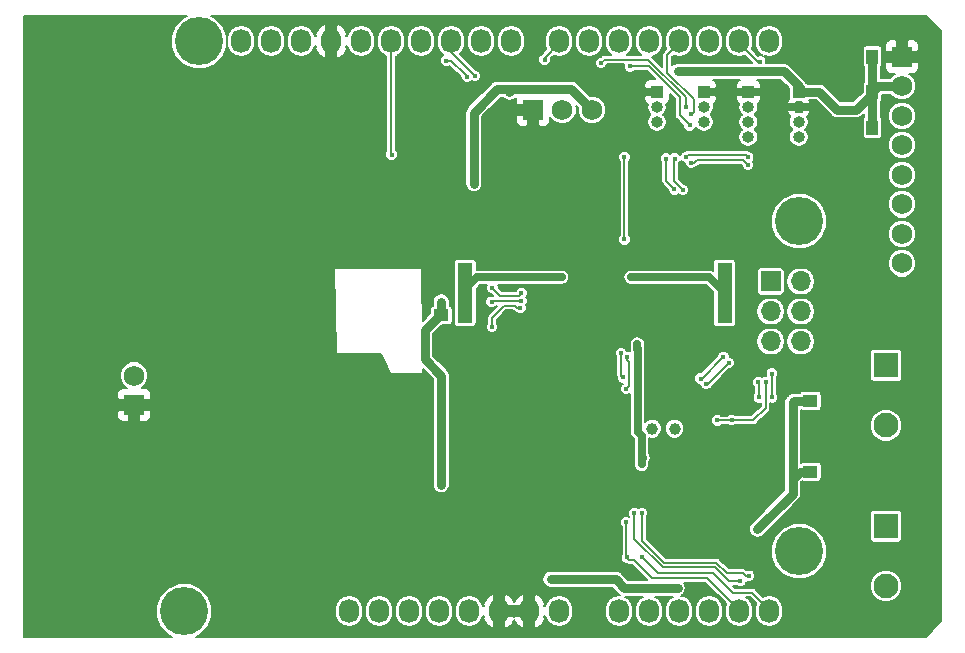
<source format=gbr>
G04 #@! TF.GenerationSoftware,KiCad,Pcbnew,(5.0.2)-1*
G04 #@! TF.CreationDate,2019-05-25T19:55:33-02:30*
G04 #@! TF.ProjectId,ControllerPCB,436f6e74-726f-46c6-9c65-725043422e6b,rev?*
G04 #@! TF.SameCoordinates,Original*
G04 #@! TF.FileFunction,Copper,L2,Bot*
G04 #@! TF.FilePolarity,Positive*
%FSLAX46Y46*%
G04 Gerber Fmt 4.6, Leading zero omitted, Abs format (unit mm)*
G04 Created by KiCad (PCBNEW (5.0.2)-1) date 5/25/2019 7:55:33 PM*
%MOMM*%
%LPD*%
G01*
G04 APERTURE LIST*
G04 #@! TA.AperFunction,ComponentPad*
%ADD10O,1.727200X2.032000*%
G04 #@! TD*
G04 #@! TA.AperFunction,ComponentPad*
%ADD11C,4.064000*%
G04 #@! TD*
G04 #@! TA.AperFunction,SMDPad,CuDef*
%ADD12R,1.270000X5.080000*%
G04 #@! TD*
G04 #@! TA.AperFunction,SMDPad,CuDef*
%ADD13R,3.960000X3.960000*%
G04 #@! TD*
G04 #@! TA.AperFunction,SMDPad,CuDef*
%ADD14R,1.250000X1.000000*%
G04 #@! TD*
G04 #@! TA.AperFunction,SMDPad,CuDef*
%ADD15R,1.000000X1.250000*%
G04 #@! TD*
G04 #@! TA.AperFunction,ComponentPad*
%ADD16R,2.100000X2.100000*%
G04 #@! TD*
G04 #@! TA.AperFunction,ComponentPad*
%ADD17C,2.100000*%
G04 #@! TD*
G04 #@! TA.AperFunction,ComponentPad*
%ADD18O,1.000000X1.000000*%
G04 #@! TD*
G04 #@! TA.AperFunction,ComponentPad*
%ADD19R,1.000000X1.000000*%
G04 #@! TD*
G04 #@! TA.AperFunction,ComponentPad*
%ADD20C,1.750000*%
G04 #@! TD*
G04 #@! TA.AperFunction,ComponentPad*
%ADD21R,1.750000X1.750000*%
G04 #@! TD*
G04 #@! TA.AperFunction,ComponentPad*
%ADD22C,1.000000*%
G04 #@! TD*
G04 #@! TA.AperFunction,ComponentPad*
%ADD23O,1.700000X1.700000*%
G04 #@! TD*
G04 #@! TA.AperFunction,ComponentPad*
%ADD24R,1.700000X1.700000*%
G04 #@! TD*
G04 #@! TA.AperFunction,ViaPad*
%ADD25C,0.600000*%
G04 #@! TD*
G04 #@! TA.AperFunction,ViaPad*
%ADD26C,0.400000*%
G04 #@! TD*
G04 #@! TA.AperFunction,Conductor*
%ADD27C,0.762000*%
G04 #@! TD*
G04 #@! TA.AperFunction,Conductor*
%ADD28C,0.152400*%
G04 #@! TD*
G04 #@! TA.AperFunction,Conductor*
%ADD29C,0.635000*%
G04 #@! TD*
G04 #@! TA.AperFunction,Conductor*
%ADD30C,0.150000*%
G04 #@! TD*
G04 APERTURE END LIST*
D10*
G04 #@! TO.P,P1,1*
G04 #@! TO.N,Net-(P1-Pad1)*
X138938000Y-123825000D03*
G04 #@! TO.P,P1,2*
G04 #@! TO.N,/IOREF*
X141478000Y-123825000D03*
G04 #@! TO.P,P1,3*
G04 #@! TO.N,/Reset*
X144018000Y-123825000D03*
G04 #@! TO.P,P1,4*
G04 #@! TO.N,+3V3*
X146558000Y-123825000D03*
G04 #@! TO.P,P1,5*
G04 #@! TO.N,+5V*
X149098000Y-123825000D03*
G04 #@! TO.P,P1,6*
G04 #@! TO.N,GND*
X151638000Y-123825000D03*
G04 #@! TO.P,P1,7*
X154178000Y-123825000D03*
G04 #@! TO.P,P1,8*
G04 #@! TO.N,/Vin*
X156718000Y-123825000D03*
G04 #@! TD*
G04 #@! TO.P,P2,1*
G04 #@! TO.N,/A0*
X161798000Y-123825000D03*
G04 #@! TO.P,P2,2*
G04 #@! TO.N,/A1*
X164338000Y-123825000D03*
G04 #@! TO.P,P2,3*
G04 #@! TO.N,/A2*
X166878000Y-123825000D03*
G04 #@! TO.P,P2,4*
G04 #@! TO.N,/A3*
X169418000Y-123825000D03*
G04 #@! TO.P,P2,5*
G04 #@! TO.N,/A4(SDA)*
X171958000Y-123825000D03*
G04 #@! TO.P,P2,6*
G04 #@! TO.N,/A5(SCL)*
X174498000Y-123825000D03*
G04 #@! TD*
G04 #@! TO.P,P3,1*
G04 #@! TO.N,Net-(P3-Pad1)*
X129794000Y-75565000D03*
G04 #@! TO.P,P3,2*
G04 #@! TO.N,Net-(P3-Pad2)*
X132334000Y-75565000D03*
G04 #@! TO.P,P3,3*
G04 #@! TO.N,/AREF*
X134874000Y-75565000D03*
G04 #@! TO.P,P3,4*
G04 #@! TO.N,GND*
X137414000Y-75565000D03*
G04 #@! TO.P,P3,5*
G04 #@! TO.N,/13(SCK)*
X139954000Y-75565000D03*
G04 #@! TO.P,P3,6*
G04 #@! TO.N,/12(MISO)*
X142494000Y-75565000D03*
G04 #@! TO.P,P3,7*
G04 #@! TO.N,/11(\002A\002A/MOSI)*
X145034000Y-75565000D03*
G04 #@! TO.P,P3,8*
G04 #@! TO.N,/10(\002A\002A/SS)*
X147574000Y-75565000D03*
G04 #@! TO.P,P3,9*
G04 #@! TO.N,/9(\002A\002A)*
X150114000Y-75565000D03*
G04 #@! TO.P,P3,10*
G04 #@! TO.N,/8*
X152654000Y-75565000D03*
G04 #@! TD*
G04 #@! TO.P,P4,1*
G04 #@! TO.N,/7*
X156718000Y-75565000D03*
G04 #@! TO.P,P4,2*
G04 #@! TO.N,/6(\002A\002A)*
X159258000Y-75565000D03*
G04 #@! TO.P,P4,3*
G04 #@! TO.N,/5(\002A\002A)*
X161798000Y-75565000D03*
G04 #@! TO.P,P4,4*
G04 #@! TO.N,/4*
X164338000Y-75565000D03*
G04 #@! TO.P,P4,5*
G04 #@! TO.N,/3(\002A\002A)*
X166878000Y-75565000D03*
G04 #@! TO.P,P4,6*
G04 #@! TO.N,/2*
X169418000Y-75565000D03*
G04 #@! TO.P,P4,7*
G04 #@! TO.N,/1(Tx)*
X171958000Y-75565000D03*
G04 #@! TO.P,P4,8*
G04 #@! TO.N,/0(Rx)*
X174498000Y-75565000D03*
G04 #@! TD*
D11*
G04 #@! TO.P,P5,1*
G04 #@! TO.N,Net-(P5-Pad1)*
X124968000Y-123825000D03*
G04 #@! TD*
G04 #@! TO.P,P6,1*
G04 #@! TO.N,Net-(P6-Pad1)*
X177038000Y-118745000D03*
G04 #@! TD*
G04 #@! TO.P,P7,1*
G04 #@! TO.N,Net-(P7-Pad1)*
X126238000Y-75565000D03*
G04 #@! TD*
G04 #@! TO.P,P8,1*
G04 #@! TO.N,Net-(P8-Pad1)*
X177038000Y-90805000D03*
G04 #@! TD*
D12*
G04 #@! TO.P,BT1,1*
G04 #@! TO.N,Net-(BT1-Pad1)*
X148763000Y-96865000D03*
X170733000Y-96865000D03*
D13*
G04 #@! TO.P,BT1,2*
G04 #@! TO.N,GND*
X159748000Y-96865000D03*
G04 #@! TD*
D14*
G04 #@! TO.P,C7,2*
G04 #@! TO.N,GND*
X146748000Y-100965000D03*
G04 #@! TO.P,C7,1*
G04 #@! TO.N,3V3_AUX*
X146748000Y-98765000D03*
G04 #@! TD*
D15*
G04 #@! TO.P,C8,1*
G04 #@! TO.N,3V3_AUX*
X183248000Y-82865000D03*
G04 #@! TO.P,C8,2*
G04 #@! TO.N,GND*
X181048000Y-82865000D03*
G04 #@! TD*
G04 #@! TO.P,C9,2*
G04 #@! TO.N,GND*
X181048000Y-79865000D03*
G04 #@! TO.P,C9,1*
G04 #@! TO.N,3V3_AUX*
X183248000Y-79865000D03*
G04 #@! TD*
G04 #@! TO.P,C10,1*
G04 #@! TO.N,3V3_AUX*
X183248000Y-76865000D03*
G04 #@! TO.P,C10,2*
G04 #@! TO.N,GND*
X181048000Y-76865000D03*
G04 #@! TD*
D14*
G04 #@! TO.P,C11,1*
G04 #@! TO.N,3V3_AUX*
X177998000Y-112015000D03*
G04 #@! TO.P,C11,2*
G04 #@! TO.N,GND*
X177998000Y-114215000D03*
G04 #@! TD*
G04 #@! TO.P,C12,2*
G04 #@! TO.N,GND*
X177998000Y-108215000D03*
G04 #@! TO.P,C12,1*
G04 #@! TO.N,3V3_AUX*
X177998000Y-106015000D03*
G04 #@! TD*
D16*
G04 #@! TO.P,J2,1*
G04 #@! TO.N,Net-(J2-Pad1)*
X184404000Y-116615000D03*
D17*
G04 #@! TO.P,J2,2*
G04 #@! TO.N,Net-(J2-Pad2)*
X184404000Y-121695000D03*
G04 #@! TD*
G04 #@! TO.P,J3,2*
G04 #@! TO.N,Net-(J3-Pad2)*
X184404000Y-108077000D03*
D16*
G04 #@! TO.P,J3,1*
G04 #@! TO.N,Net-(J3-Pad1)*
X184404000Y-102997000D03*
G04 #@! TD*
D18*
G04 #@! TO.P,J5,3*
G04 #@! TO.N,Net-(J5-Pad3)*
X168998000Y-82405000D03*
G04 #@! TO.P,J5,2*
G04 #@! TO.N,/9(\002A\002A)*
X168998000Y-81135000D03*
D19*
G04 #@! TO.P,J5,1*
G04 #@! TO.N,GND*
X168998000Y-79865000D03*
G04 #@! TD*
G04 #@! TO.P,J7,1*
G04 #@! TO.N,GND*
X164998000Y-79865000D03*
D18*
G04 #@! TO.P,J7,2*
G04 #@! TO.N,/0(Rx)*
X164998000Y-81135000D03*
G04 #@! TO.P,J7,3*
G04 #@! TO.N,/1(Tx)*
X164998000Y-82405000D03*
G04 #@! TD*
G04 #@! TO.P,J8,4*
G04 #@! TO.N,/A4(SDA)*
X176998000Y-83675000D03*
G04 #@! TO.P,J8,3*
G04 #@! TO.N,/A5(SCL)*
X176998000Y-82405000D03*
G04 #@! TO.P,J8,2*
G04 #@! TO.N,GND*
X176998000Y-81135000D03*
D19*
G04 #@! TO.P,J8,1*
G04 #@! TO.N,3V3_AUX*
X176998000Y-79865000D03*
G04 #@! TD*
D20*
G04 #@! TO.P,J9,3*
G04 #@! TO.N,3V3_AUX*
X159498000Y-81365000D03*
G04 #@! TO.P,J9,2*
G04 #@! TO.N,/4*
X156998000Y-81365000D03*
D21*
G04 #@! TO.P,J9,1*
G04 #@! TO.N,GND*
X154498000Y-81365000D03*
G04 #@! TD*
D22*
G04 #@! TO.P,Y1,2*
G04 #@! TO.N,Net-(C4-Pad1)*
X164598000Y-108365000D03*
G04 #@! TO.P,Y1,1*
G04 #@! TO.N,Net-(C3-Pad1)*
X166498000Y-108365000D03*
G04 #@! TD*
D20*
G04 #@! TO.P,U5,8*
G04 #@! TO.N,Net-(TP2-Pad1)*
X185748000Y-94365000D03*
G04 #@! TO.P,U5,7*
G04 #@! TO.N,/12(MISO)*
X185748000Y-91865000D03*
G04 #@! TO.P,U5,6*
G04 #@! TO.N,/11(\002A\002A/MOSI)*
X185748000Y-89365000D03*
G04 #@! TO.P,U5,5*
G04 #@! TO.N,/13(SCK)*
X185748000Y-86865000D03*
G04 #@! TO.P,U5,4*
G04 #@! TO.N,/10(\002A\002A/SS)*
X185748000Y-84365000D03*
G04 #@! TO.P,U5,3*
G04 #@! TO.N,Net-(TP1-Pad1)*
X185748000Y-81865000D03*
G04 #@! TO.P,U5,2*
G04 #@! TO.N,3V3_AUX*
X185748000Y-79365000D03*
D21*
G04 #@! TO.P,U5,1*
G04 #@! TO.N,GND*
X185748000Y-76865000D03*
G04 #@! TD*
D20*
G04 #@! TO.P,J1,2*
G04 #@! TO.N,+V*
X120748000Y-103865000D03*
D21*
G04 #@! TO.P,J1,1*
G04 #@! TO.N,GND*
X120748000Y-106365000D03*
G04 #@! TD*
D18*
G04 #@! TO.P,J6,4*
G04 #@! TO.N,Net-(J6-Pad4)*
X172748000Y-83675000D03*
G04 #@! TO.P,J6,3*
G04 #@! TO.N,Net-(J6-Pad3)*
X172748000Y-82405000D03*
G04 #@! TO.P,J6,2*
G04 #@! TO.N,Net-(J6-Pad2)*
X172748000Y-81135000D03*
D19*
G04 #@! TO.P,J6,1*
G04 #@! TO.N,GND*
X172748000Y-79865000D03*
G04 #@! TD*
D23*
G04 #@! TO.P,J10,6*
G04 #@! TO.N,Net-(J10-Pad6)*
X177163000Y-100980000D03*
G04 #@! TO.P,J10,5*
G04 #@! TO.N,Net-(J10-Pad5)*
X174623000Y-100980000D03*
G04 #@! TO.P,J10,4*
G04 #@! TO.N,Net-(J10-Pad4)*
X177163000Y-98440000D03*
G04 #@! TO.P,J10,3*
G04 #@! TO.N,Net-(J10-Pad3)*
X174623000Y-98440000D03*
G04 #@! TO.P,J10,2*
G04 #@! TO.N,Net-(J10-Pad2)*
X177163000Y-95900000D03*
D24*
G04 #@! TO.P,J10,1*
G04 #@! TO.N,Net-(J10-Pad1)*
X174623000Y-95900000D03*
G04 #@! TD*
D25*
G04 #@! TO.N,GND*
X134498000Y-110865000D03*
X114998000Y-117615000D03*
X116998000Y-117615000D03*
X119498000Y-117615000D03*
X119498000Y-119865000D03*
X119498000Y-122365000D03*
X119498000Y-124865000D03*
X112748000Y-117615000D03*
X119998000Y-80615000D03*
X119998000Y-83115000D03*
X119498000Y-86365000D03*
X117498000Y-87115000D03*
X115498000Y-87115000D03*
X113248000Y-87115000D03*
X118248000Y-106365000D03*
X142248000Y-118365000D03*
X162998000Y-120365000D03*
X154248000Y-119865000D03*
X151748000Y-119865000D03*
X162498000Y-111115000D03*
X179748000Y-114365000D03*
X179748000Y-108365000D03*
X144248000Y-79115000D03*
X139248000Y-80115000D03*
D26*
X167998000Y-110365000D03*
X162980490Y-110363029D03*
X162701913Y-96433627D03*
X162723000Y-97115000D03*
X162872998Y-97840000D03*
D25*
X141748000Y-103615000D03*
X140248000Y-102865000D03*
X138498000Y-94365000D03*
X140998000Y-93865000D03*
X150498000Y-92865000D03*
X150748000Y-100865000D03*
X149248000Y-105865000D03*
D26*
X159723000Y-99715000D03*
X156248000Y-98190000D03*
X155073000Y-92840000D03*
G04 #@! TO.N,/A0*
X162473000Y-102290000D03*
X172798000Y-120815000D03*
X163748000Y-115515000D03*
X162398000Y-104990000D03*
G04 #@! TO.N,/A1*
X172073000Y-121265000D03*
X161971242Y-101960982D03*
X163086268Y-115526732D03*
X162121789Y-104011650D03*
G04 #@! TO.N,/A4(SDA)*
X162448000Y-119265000D03*
X170623000Y-102290000D03*
X168698000Y-104115000D03*
X162423000Y-116290000D03*
G04 #@! TO.N,/A5(SCL)*
X163723000Y-119215000D03*
X171098000Y-102790000D03*
X169174210Y-104593576D03*
G04 #@! TO.N,/9(\002A\002A)*
X167448000Y-81140000D03*
X160273000Y-77415000D03*
G04 #@! TO.N,/7*
X155498000Y-77115000D03*
X162248000Y-85365000D03*
X162248000Y-92336379D03*
G04 #@! TO.N,/5(\002A\002A)*
X174748000Y-105715000D03*
X174723000Y-103690000D03*
X167223000Y-88165000D03*
X166498000Y-85490000D03*
X167773000Y-82690000D03*
X162717326Y-77680610D03*
G04 #@! TO.N,/3(\002A\002A)*
X173623000Y-105715000D03*
X173598000Y-104440000D03*
X166473000Y-88090000D03*
X167898000Y-81715000D03*
X165773000Y-85490000D03*
G04 #@! TO.N,/1(Tx)*
X173748000Y-77290000D03*
G04 #@! TO.N,/10(\002A\002A/SS)*
X149598000Y-78515000D03*
X167448000Y-85365000D03*
X172729919Y-85381020D03*
G04 #@! TO.N,/12(MISO)*
X170123000Y-107665000D03*
X171323000Y-107640000D03*
X142548000Y-85165000D03*
X174197333Y-104411461D03*
G04 #@! TO.N,/11(\002A\002A/MOSI)*
X147173000Y-77190000D03*
X167898000Y-85840000D03*
X148928194Y-78569930D03*
X172715200Y-86039765D03*
D25*
G04 #@! TO.N,Net-(BT1-Pad1)*
X156923000Y-95540000D03*
X162823000Y-95540000D03*
X163698000Y-111390000D03*
X163342098Y-101195902D03*
G04 #@! TO.N,3V3_AUX*
X146748000Y-113115000D03*
X146748000Y-97615000D03*
X149498000Y-81615000D03*
X149498000Y-87615000D03*
X166748000Y-78115000D03*
X166748000Y-121865000D03*
X155998000Y-121115000D03*
X173498000Y-116865000D03*
X176498000Y-106365000D03*
X176498000Y-112115000D03*
D26*
G04 #@! TO.N,/8_CS_3V3*
X151073000Y-96465000D03*
X153523000Y-96890000D03*
G04 #@! TO.N,/11(\002A\002A/MOSI)_3V3*
X150998000Y-97615000D03*
X153523000Y-97540000D03*
G04 #@! TO.N,/13(SCK)_3V3*
X151048000Y-99765000D03*
X153448000Y-98140000D03*
G04 #@! TD*
D27*
G04 #@! TO.N,GND*
X154178000Y-123825000D02*
X154178000Y-119935000D01*
X154178000Y-119935000D02*
X154248000Y-119865000D01*
X151638000Y-123825000D02*
X151638000Y-119975000D01*
X151638000Y-119975000D02*
X151748000Y-119865000D01*
X178148000Y-114365000D02*
X177998000Y-114215000D01*
X179748000Y-114365000D02*
X178148000Y-114365000D01*
X178148000Y-108365000D02*
X177998000Y-108215000D01*
X179748000Y-108365000D02*
X178148000Y-108365000D01*
D28*
X159748000Y-96865000D02*
X161880400Y-96865000D01*
X161880400Y-96865000D02*
X162270540Y-96865000D01*
X162270540Y-96865000D02*
X162501914Y-96633626D01*
X162501914Y-96633626D02*
X162701913Y-96433627D01*
X162130400Y-97115000D02*
X162440158Y-97115000D01*
X162440158Y-97115000D02*
X162723000Y-97115000D01*
X161880400Y-96865000D02*
X162130400Y-97115000D01*
X161880400Y-96865000D02*
X161897998Y-96865000D01*
X162672999Y-97640001D02*
X162872998Y-97840000D01*
X161897998Y-96865000D02*
X162672999Y-97640001D01*
X159748000Y-96865000D02*
X159748000Y-99690000D01*
X159748000Y-99690000D02*
X159723000Y-99715000D01*
G04 #@! TO.N,/A0*
X172515158Y-120815000D02*
X172290158Y-120590000D01*
X172798000Y-120815000D02*
X172515158Y-120815000D01*
X172290158Y-120590000D02*
X170898000Y-120590000D01*
X170898000Y-120590000D02*
X170023000Y-119715000D01*
X170023000Y-119715000D02*
X165623000Y-119715000D01*
X165623000Y-119715000D02*
X163748000Y-117840000D01*
X163748000Y-117840000D02*
X163748000Y-115515000D01*
X162473000Y-102572842D02*
X162473000Y-102290000D01*
X162597999Y-102697841D02*
X162473000Y-102572842D01*
X162597999Y-104790001D02*
X162597999Y-102697841D01*
X162398000Y-104990000D02*
X162597999Y-104790001D01*
G04 #@! TO.N,/A1*
X172073000Y-121265000D02*
X171074616Y-121265000D01*
X171074616Y-121265000D02*
X169877027Y-120067411D01*
X169877027Y-120067411D02*
X165477026Y-120067410D01*
X165477026Y-120067410D02*
X163086268Y-117676652D01*
X163086268Y-115809574D02*
X163086268Y-115526732D01*
X163086268Y-117676652D02*
X163086268Y-115809574D01*
X161971242Y-103861103D02*
X162121789Y-104011650D01*
X161971242Y-101960982D02*
X161971242Y-103861103D01*
G04 #@! TO.N,/A4(SDA)*
X171958000Y-123672600D02*
X169275400Y-120990000D01*
X171958000Y-123825000D02*
X171958000Y-123672600D01*
X162647999Y-119464999D02*
X163072999Y-119464999D01*
X162448000Y-119265000D02*
X162647999Y-119464999D01*
X164598000Y-120990000D02*
X164848000Y-120990000D01*
X163072999Y-119464999D02*
X164598000Y-120990000D01*
X169275400Y-120990000D02*
X164848000Y-120990000D01*
X170623000Y-102290000D02*
X168798000Y-104115000D01*
X168798000Y-104115000D02*
X168698000Y-104115000D01*
X162423000Y-119240000D02*
X162448000Y-119265000D01*
X162423000Y-116290000D02*
X162423000Y-119240000D01*
G04 #@! TO.N,/A5(SCL)*
X174498000Y-123672600D02*
X173065400Y-122240000D01*
X174498000Y-123825000D02*
X174498000Y-123672600D01*
X173065400Y-122240000D02*
X171423000Y-122240000D01*
X171423000Y-122240000D02*
X169773000Y-120590000D01*
X165098000Y-120590000D02*
X163723000Y-119215000D01*
X169773000Y-120590000D02*
X165098000Y-120590000D01*
X171098000Y-102790000D02*
X169294424Y-104593576D01*
X169294424Y-104593576D02*
X169174210Y-104593576D01*
G04 #@! TO.N,/9(\002A\002A)*
X160575411Y-77112589D02*
X160472999Y-77215001D01*
X160472999Y-77215001D02*
X160273000Y-77415000D01*
X167448000Y-80319454D02*
X164241135Y-77112589D01*
X167448000Y-81140000D02*
X167448000Y-80319454D01*
X164241135Y-77112589D02*
X160575411Y-77112589D01*
G04 #@! TO.N,/7*
X155498000Y-76937400D02*
X155498000Y-77115000D01*
X156718000Y-75717400D02*
X155498000Y-76937400D01*
X156718000Y-75565000D02*
X156718000Y-75717400D01*
X162248000Y-85365000D02*
X162248000Y-92336379D01*
G04 #@! TO.N,/5(\002A\002A)*
X174748000Y-105715000D02*
X174748000Y-103715000D01*
X174748000Y-103715000D02*
X174723000Y-103690000D01*
X167223000Y-88165000D02*
X166448000Y-87390000D01*
X166448000Y-87390000D02*
X166448000Y-85540000D01*
X166448000Y-85540000D02*
X166498000Y-85490000D01*
X163000168Y-77680610D02*
X162717326Y-77680610D01*
X166923000Y-80292838D02*
X164310772Y-77680610D01*
X164310772Y-77680610D02*
X163000168Y-77680610D01*
X166923000Y-81840000D02*
X166923000Y-80292838D01*
X167773000Y-82690000D02*
X166923000Y-81840000D01*
G04 #@! TO.N,/3(\002A\002A)*
X173623000Y-104465000D02*
X173598000Y-104440000D01*
X173623000Y-105715000D02*
X173623000Y-104465000D01*
X166473000Y-88090000D02*
X165773000Y-87390000D01*
X165773000Y-85772842D02*
X165773000Y-85490000D01*
X165773000Y-87390000D02*
X165773000Y-85772842D01*
X165862000Y-76733400D02*
X166878000Y-75717400D01*
X168097999Y-80471069D02*
X165862000Y-78235070D01*
X166878000Y-75717400D02*
X166878000Y-75565000D01*
X165862000Y-78235070D02*
X165862000Y-76733400D01*
X167898000Y-81715000D02*
X168097999Y-81515001D01*
X168097999Y-81515001D02*
X168097999Y-80471069D01*
G04 #@! TO.N,/1(Tx)*
X173530600Y-77290000D02*
X173748000Y-77290000D01*
X171958000Y-75565000D02*
X171958000Y-75717400D01*
X171958000Y-75717400D02*
X173530600Y-77290000D01*
G04 #@! TO.N,/10(\002A\002A/SS)*
X147574000Y-76491000D02*
X147574000Y-75565000D01*
X149598000Y-78515000D02*
X147574000Y-76491000D01*
X167647999Y-85165001D02*
X172513900Y-85165001D01*
X172513900Y-85165001D02*
X172529920Y-85181021D01*
X172529920Y-85181021D02*
X172729919Y-85381020D01*
X167448000Y-85365000D02*
X167647999Y-85165001D01*
G04 #@! TO.N,/12(MISO)*
X170123000Y-107665000D02*
X171298000Y-107665000D01*
X171298000Y-107665000D02*
X171323000Y-107640000D01*
X142494000Y-75565000D02*
X142494000Y-85111000D01*
X142494000Y-85111000D02*
X142548000Y-85165000D01*
X171323000Y-107640000D02*
X173173000Y-107640000D01*
X173173000Y-107640000D02*
X174197333Y-106615667D01*
X174197333Y-106615667D02*
X174197333Y-104694303D01*
X174197333Y-104694303D02*
X174197333Y-104411461D01*
G04 #@! TO.N,/11(\002A\002A/MOSI)*
X148728195Y-78369931D02*
X148928194Y-78569930D01*
X147173000Y-77190000D02*
X147548264Y-77190000D01*
X147548264Y-77190000D02*
X148728195Y-78369931D01*
X172290435Y-85615000D02*
X172715200Y-86039765D01*
X168405842Y-85615000D02*
X172290435Y-85615000D01*
X168180842Y-85840000D02*
X168405842Y-85615000D01*
X167898000Y-85840000D02*
X168180842Y-85840000D01*
D29*
G04 #@! TO.N,Net-(BT1-Pad1)*
X148763000Y-96865000D02*
X148763000Y-96550000D01*
X148763000Y-96550000D02*
X149773000Y-95540000D01*
X149773000Y-95540000D02*
X156923000Y-95540000D01*
X169408000Y-95540000D02*
X170733000Y-96865000D01*
X162823000Y-95540000D02*
X169408000Y-95540000D01*
X163698000Y-110965736D02*
X163823000Y-110840736D01*
X163698000Y-111390000D02*
X163698000Y-110965736D01*
X163365501Y-101643569D02*
X163342098Y-101620166D01*
X163365501Y-108638403D02*
X163365501Y-101643569D01*
X163342098Y-101620166D02*
X163342098Y-101195902D01*
X163698000Y-108970902D02*
X163365501Y-108638403D01*
X163698000Y-110965736D02*
X163698000Y-108970902D01*
D27*
G04 #@! TO.N,3V3_AUX*
X146623000Y-98765000D02*
X146748000Y-98765000D01*
X145361000Y-100027000D02*
X146623000Y-98765000D01*
X145361000Y-102478000D02*
X145361000Y-100027000D01*
X146748000Y-103865000D02*
X145361000Y-102478000D01*
X146748000Y-113115000D02*
X146748000Y-103865000D01*
X146748000Y-98765000D02*
X146748000Y-97615000D01*
X152748000Y-79615000D02*
X152498000Y-79865000D01*
X159498000Y-81365000D02*
X157748000Y-79615000D01*
X157748000Y-79615000D02*
X152748000Y-79615000D01*
X152748000Y-79615000D02*
X151498000Y-79615000D01*
X151498000Y-79615000D02*
X149498000Y-81615000D01*
X149498000Y-81615000D02*
X149498000Y-87615000D01*
X183248000Y-76865000D02*
X183248000Y-79865000D01*
X183248000Y-82865000D02*
X183248000Y-79865000D01*
X183748000Y-79365000D02*
X183248000Y-79865000D01*
X185748000Y-79365000D02*
X183748000Y-79365000D01*
X183248000Y-79990000D02*
X181873000Y-81365000D01*
X183248000Y-79865000D02*
X183248000Y-79990000D01*
X181873000Y-81365000D02*
X180248000Y-81365000D01*
X178748000Y-79865000D02*
X176998000Y-79865000D01*
X180248000Y-81365000D02*
X178748000Y-79865000D01*
X176998000Y-79365000D02*
X176998000Y-79865000D01*
X166748000Y-78115000D02*
X175748000Y-78115000D01*
X175748000Y-78115000D02*
X176998000Y-79365000D01*
X161498000Y-121115000D02*
X162248000Y-121865000D01*
X162248000Y-121865000D02*
X166748000Y-121865000D01*
X155998000Y-121115000D02*
X161498000Y-121115000D01*
X173498000Y-116865000D02*
X176498000Y-113865000D01*
X176498000Y-106789264D02*
X176498000Y-106365000D01*
X177998000Y-106015000D02*
X176611000Y-106015000D01*
X176611000Y-106015000D02*
X176498000Y-106128000D01*
X176498000Y-106128000D02*
X176498000Y-106365000D01*
X177098000Y-112015000D02*
X177998000Y-112015000D01*
X176498000Y-113865000D02*
X176498000Y-112615000D01*
X176498000Y-112615000D02*
X177098000Y-112015000D01*
X176498000Y-113865000D02*
X176498000Y-112115000D01*
X176498000Y-112115000D02*
X176498000Y-106789264D01*
D28*
G04 #@! TO.N,/8_CS_3V3*
X153323000Y-97090000D02*
X153523000Y-96890000D01*
X151073000Y-96465000D02*
X151698000Y-97090000D01*
X151698000Y-97090000D02*
X153323000Y-97090000D01*
G04 #@! TO.N,/11(\002A\002A/MOSI)_3V3*
X151073000Y-97540000D02*
X153523000Y-97540000D01*
X150998000Y-97615000D02*
X151073000Y-97540000D01*
G04 #@! TO.N,/13(SCK)_3V3*
X153165158Y-98140000D02*
X153448000Y-98140000D01*
X152965158Y-97940000D02*
X153165158Y-98140000D01*
X151048000Y-99765000D02*
X151048000Y-98965000D01*
X151048000Y-98965000D02*
X152073000Y-97940000D01*
X152073000Y-97940000D02*
X152965158Y-97940000D01*
G04 #@! TD*
D30*
G04 #@! TO.N,GND*
G36*
X124900601Y-73563441D02*
X124236441Y-74227601D01*
X123877000Y-75095368D01*
X123877000Y-76034632D01*
X124236441Y-76902399D01*
X124900601Y-77566559D01*
X125768368Y-77926000D01*
X126707632Y-77926000D01*
X127575399Y-77566559D01*
X128239559Y-76902399D01*
X128599000Y-76034632D01*
X128599000Y-75295143D01*
X128601400Y-75295143D01*
X128601400Y-75834858D01*
X128670596Y-76182729D01*
X128934185Y-76577216D01*
X129328672Y-76840804D01*
X129794000Y-76933364D01*
X130259329Y-76840804D01*
X130653816Y-76577216D01*
X130917404Y-76182728D01*
X130986600Y-75834857D01*
X130986600Y-75295143D01*
X131141400Y-75295143D01*
X131141400Y-75834858D01*
X131210596Y-76182729D01*
X131474185Y-76577216D01*
X131868672Y-76840804D01*
X132334000Y-76933364D01*
X132799329Y-76840804D01*
X133193816Y-76577216D01*
X133457404Y-76182728D01*
X133526600Y-75834857D01*
X133526600Y-75295143D01*
X133681400Y-75295143D01*
X133681400Y-75834858D01*
X133750596Y-76182729D01*
X134014185Y-76577216D01*
X134408672Y-76840804D01*
X134874000Y-76933364D01*
X135339329Y-76840804D01*
X135733816Y-76577216D01*
X135997404Y-76182728D01*
X136035740Y-75990002D01*
X136153741Y-75990002D01*
X136067946Y-76206592D01*
X136357614Y-76684467D01*
X136777921Y-77016651D01*
X136989000Y-76946866D01*
X136989000Y-75990000D01*
X136969000Y-75990000D01*
X136969000Y-75140000D01*
X136989000Y-75140000D01*
X136989000Y-74183134D01*
X137839000Y-74183134D01*
X137839000Y-75140000D01*
X137859000Y-75140000D01*
X137859000Y-75990000D01*
X137839000Y-75990000D01*
X137839000Y-76946866D01*
X138050079Y-77016651D01*
X138470386Y-76684467D01*
X138760054Y-76206592D01*
X138674259Y-75990002D01*
X138792260Y-75990002D01*
X138830596Y-76182729D01*
X139094185Y-76577216D01*
X139488672Y-76840804D01*
X139954000Y-76933364D01*
X140419329Y-76840804D01*
X140813816Y-76577216D01*
X141077404Y-76182728D01*
X141146600Y-75834857D01*
X141146600Y-75295143D01*
X141301400Y-75295143D01*
X141301400Y-75834858D01*
X141370596Y-76182729D01*
X141634185Y-76577216D01*
X142028672Y-76840804D01*
X142088800Y-76852764D01*
X142088801Y-84891259D01*
X142019000Y-85059775D01*
X142019000Y-85270225D01*
X142099535Y-85464655D01*
X142248345Y-85613465D01*
X142442775Y-85694000D01*
X142653225Y-85694000D01*
X142847655Y-85613465D01*
X142996465Y-85464655D01*
X143077000Y-85270225D01*
X143077000Y-85059775D01*
X142996465Y-84865345D01*
X142899200Y-84768080D01*
X142899200Y-81615000D01*
X148774091Y-81615000D01*
X148788000Y-81684924D01*
X148788001Y-87684926D01*
X148829196Y-87892028D01*
X148986120Y-88126881D01*
X149220973Y-88283805D01*
X149498000Y-88338909D01*
X149775028Y-88283805D01*
X150009881Y-88126881D01*
X150166805Y-87892028D01*
X150208000Y-87684926D01*
X150208000Y-85259775D01*
X161719000Y-85259775D01*
X161719000Y-85470225D01*
X161799535Y-85664655D01*
X161842800Y-85707920D01*
X161842801Y-91993458D01*
X161799535Y-92036724D01*
X161719000Y-92231154D01*
X161719000Y-92441604D01*
X161799535Y-92636034D01*
X161948345Y-92784844D01*
X162142775Y-92865379D01*
X162353225Y-92865379D01*
X162547655Y-92784844D01*
X162696465Y-92636034D01*
X162777000Y-92441604D01*
X162777000Y-92231154D01*
X162696465Y-92036724D01*
X162653200Y-91993459D01*
X162653200Y-90335368D01*
X174677000Y-90335368D01*
X174677000Y-91274632D01*
X175036441Y-92142399D01*
X175700601Y-92806559D01*
X176568368Y-93166000D01*
X177507632Y-93166000D01*
X178375399Y-92806559D01*
X179039559Y-92142399D01*
X179253661Y-91625509D01*
X184544000Y-91625509D01*
X184544000Y-92104491D01*
X184727298Y-92547011D01*
X185065989Y-92885702D01*
X185508509Y-93069000D01*
X185987491Y-93069000D01*
X186430011Y-92885702D01*
X186768702Y-92547011D01*
X186952000Y-92104491D01*
X186952000Y-91625509D01*
X186768702Y-91182989D01*
X186430011Y-90844298D01*
X185987491Y-90661000D01*
X185508509Y-90661000D01*
X185065989Y-90844298D01*
X184727298Y-91182989D01*
X184544000Y-91625509D01*
X179253661Y-91625509D01*
X179399000Y-91274632D01*
X179399000Y-90335368D01*
X179039559Y-89467601D01*
X178697467Y-89125509D01*
X184544000Y-89125509D01*
X184544000Y-89604491D01*
X184727298Y-90047011D01*
X185065989Y-90385702D01*
X185508509Y-90569000D01*
X185987491Y-90569000D01*
X186430011Y-90385702D01*
X186768702Y-90047011D01*
X186952000Y-89604491D01*
X186952000Y-89125509D01*
X186768702Y-88682989D01*
X186430011Y-88344298D01*
X185987491Y-88161000D01*
X185508509Y-88161000D01*
X185065989Y-88344298D01*
X184727298Y-88682989D01*
X184544000Y-89125509D01*
X178697467Y-89125509D01*
X178375399Y-88803441D01*
X177507632Y-88444000D01*
X176568368Y-88444000D01*
X175700601Y-88803441D01*
X175036441Y-89467601D01*
X174677000Y-90335368D01*
X162653200Y-90335368D01*
X162653200Y-85707920D01*
X162696465Y-85664655D01*
X162777000Y-85470225D01*
X162777000Y-85384775D01*
X165244000Y-85384775D01*
X165244000Y-85595225D01*
X165324535Y-85789655D01*
X165367801Y-85832921D01*
X165367800Y-87350094D01*
X165359862Y-87390000D01*
X165367800Y-87429906D01*
X165391310Y-87548100D01*
X165480867Y-87682133D01*
X165514701Y-87704740D01*
X165944000Y-88134039D01*
X165944000Y-88195225D01*
X166024535Y-88389655D01*
X166173345Y-88538465D01*
X166367775Y-88619000D01*
X166578225Y-88619000D01*
X166772655Y-88538465D01*
X166810500Y-88500620D01*
X166923345Y-88613465D01*
X167117775Y-88694000D01*
X167328225Y-88694000D01*
X167522655Y-88613465D01*
X167671465Y-88464655D01*
X167752000Y-88270225D01*
X167752000Y-88059775D01*
X167671465Y-87865345D01*
X167522655Y-87716535D01*
X167328225Y-87636000D01*
X167267039Y-87636000D01*
X166853200Y-87222161D01*
X166853200Y-86625509D01*
X184544000Y-86625509D01*
X184544000Y-87104491D01*
X184727298Y-87547011D01*
X185065989Y-87885702D01*
X185508509Y-88069000D01*
X185987491Y-88069000D01*
X186430011Y-87885702D01*
X186768702Y-87547011D01*
X186952000Y-87104491D01*
X186952000Y-86625509D01*
X186768702Y-86182989D01*
X186430011Y-85844298D01*
X185987491Y-85661000D01*
X185508509Y-85661000D01*
X185065989Y-85844298D01*
X184727298Y-86182989D01*
X184544000Y-86625509D01*
X166853200Y-86625509D01*
X166853200Y-85882920D01*
X166946465Y-85789655D01*
X166998888Y-85663093D01*
X166999535Y-85664655D01*
X167148345Y-85813465D01*
X167342775Y-85894000D01*
X167369000Y-85894000D01*
X167369000Y-85945225D01*
X167449535Y-86139655D01*
X167598345Y-86288465D01*
X167792775Y-86369000D01*
X168003225Y-86369000D01*
X168197655Y-86288465D01*
X168245928Y-86240192D01*
X168338943Y-86221690D01*
X168472975Y-86132133D01*
X168495582Y-86098299D01*
X168573681Y-86020200D01*
X172122596Y-86020200D01*
X172186200Y-86083804D01*
X172186200Y-86144990D01*
X172266735Y-86339420D01*
X172415545Y-86488230D01*
X172609975Y-86568765D01*
X172820425Y-86568765D01*
X173014855Y-86488230D01*
X173163665Y-86339420D01*
X173244200Y-86144990D01*
X173244200Y-85934540D01*
X173163665Y-85740110D01*
X173141307Y-85717752D01*
X173178384Y-85680675D01*
X173258919Y-85486245D01*
X173258919Y-85275795D01*
X173178384Y-85081365D01*
X173029574Y-84932555D01*
X172835144Y-84852020D01*
X172774832Y-84852020D01*
X172672001Y-84783311D01*
X172553807Y-84759801D01*
X172553806Y-84759801D01*
X172513900Y-84751863D01*
X172473994Y-84759801D01*
X167687904Y-84759801D01*
X167647998Y-84751863D01*
X167608092Y-84759801D01*
X167489898Y-84783311D01*
X167411043Y-84836000D01*
X167342775Y-84836000D01*
X167148345Y-84916535D01*
X166999535Y-85065345D01*
X166947112Y-85191907D01*
X166946465Y-85190345D01*
X166797655Y-85041535D01*
X166603225Y-84961000D01*
X166392775Y-84961000D01*
X166198345Y-85041535D01*
X166135500Y-85104380D01*
X166072655Y-85041535D01*
X165878225Y-84961000D01*
X165667775Y-84961000D01*
X165473345Y-85041535D01*
X165324535Y-85190345D01*
X165244000Y-85384775D01*
X162777000Y-85384775D01*
X162777000Y-85259775D01*
X162696465Y-85065345D01*
X162547655Y-84916535D01*
X162353225Y-84836000D01*
X162142775Y-84836000D01*
X161948345Y-84916535D01*
X161799535Y-85065345D01*
X161719000Y-85259775D01*
X150208000Y-85259775D01*
X150208000Y-81935750D01*
X153040000Y-81935750D01*
X153040000Y-82355966D01*
X153128756Y-82570243D01*
X153292757Y-82734244D01*
X153507034Y-82823000D01*
X153927250Y-82823000D01*
X154073000Y-82677250D01*
X154073000Y-81790000D01*
X153185750Y-81790000D01*
X153040000Y-81935750D01*
X150208000Y-81935750D01*
X150208000Y-81909090D01*
X151792091Y-80325000D01*
X151951455Y-80325000D01*
X151986120Y-80376880D01*
X152220972Y-80533804D01*
X152498000Y-80588909D01*
X152775028Y-80533804D01*
X152950600Y-80416490D01*
X153042090Y-80325000D01*
X153060310Y-80325000D01*
X153040000Y-80374034D01*
X153040000Y-80794250D01*
X153185750Y-80940000D01*
X154073000Y-80940000D01*
X154073000Y-80920000D01*
X154923000Y-80920000D01*
X154923000Y-80940000D01*
X154943000Y-80940000D01*
X154943000Y-81790000D01*
X154923000Y-81790000D01*
X154923000Y-82677250D01*
X155068750Y-82823000D01*
X155488966Y-82823000D01*
X155703243Y-82734244D01*
X155867244Y-82570243D01*
X155956000Y-82355966D01*
X155956000Y-81995593D01*
X155977298Y-82047011D01*
X156315989Y-82385702D01*
X156758509Y-82569000D01*
X157237491Y-82569000D01*
X157680011Y-82385702D01*
X158018702Y-82047011D01*
X158202000Y-81604491D01*
X158202000Y-81125509D01*
X158164935Y-81036026D01*
X158294000Y-81165091D01*
X158294000Y-81604491D01*
X158477298Y-82047011D01*
X158815989Y-82385702D01*
X159258509Y-82569000D01*
X159737491Y-82569000D01*
X160180011Y-82385702D01*
X160518702Y-82047011D01*
X160702000Y-81604491D01*
X160702000Y-81125509D01*
X160518702Y-80682989D01*
X160180011Y-80344298D01*
X159737491Y-80161000D01*
X159298091Y-80161000D01*
X158299494Y-79162404D01*
X158259881Y-79103119D01*
X158025028Y-78946195D01*
X157817926Y-78905000D01*
X157817924Y-78905000D01*
X157748000Y-78891091D01*
X157678076Y-78905000D01*
X152817920Y-78905000D01*
X152747999Y-78891092D01*
X152678079Y-78905000D01*
X151567920Y-78905000D01*
X151497999Y-78891092D01*
X151428078Y-78905000D01*
X151428074Y-78905000D01*
X151220972Y-78946195D01*
X150986119Y-79103119D01*
X150946508Y-79162401D01*
X149045402Y-81063508D01*
X148986119Y-81103120D01*
X148829195Y-81337973D01*
X148805229Y-81458460D01*
X148774091Y-81615000D01*
X142899200Y-81615000D01*
X142899200Y-76852764D01*
X142959329Y-76840804D01*
X143353816Y-76577216D01*
X143617404Y-76182728D01*
X143686600Y-75834857D01*
X143686600Y-75295143D01*
X143841400Y-75295143D01*
X143841400Y-75834858D01*
X143910596Y-76182729D01*
X144174185Y-76577216D01*
X144568672Y-76840804D01*
X145034000Y-76933364D01*
X145499329Y-76840804D01*
X145893816Y-76577216D01*
X146157404Y-76182728D01*
X146226600Y-75834857D01*
X146226600Y-75295143D01*
X146381400Y-75295143D01*
X146381400Y-75834858D01*
X146450596Y-76182729D01*
X146714185Y-76577216D01*
X146926904Y-76719350D01*
X146873345Y-76741535D01*
X146724535Y-76890345D01*
X146644000Y-77084775D01*
X146644000Y-77295225D01*
X146724535Y-77489655D01*
X146873345Y-77638465D01*
X147067775Y-77719000D01*
X147278225Y-77719000D01*
X147438031Y-77652806D01*
X148399194Y-78613969D01*
X148399194Y-78675155D01*
X148479729Y-78869585D01*
X148628539Y-79018395D01*
X148822969Y-79098930D01*
X149033419Y-79098930D01*
X149227849Y-79018395D01*
X149290562Y-78955682D01*
X149298345Y-78963465D01*
X149492775Y-79044000D01*
X149703225Y-79044000D01*
X149897655Y-78963465D01*
X150046465Y-78814655D01*
X150127000Y-78620225D01*
X150127000Y-78409775D01*
X150046465Y-78215345D01*
X149897655Y-78066535D01*
X149703225Y-77986000D01*
X149642040Y-77986000D01*
X148665815Y-77009775D01*
X154969000Y-77009775D01*
X154969000Y-77220225D01*
X155049535Y-77414655D01*
X155198345Y-77563465D01*
X155392775Y-77644000D01*
X155603225Y-77644000D01*
X155797655Y-77563465D01*
X155946465Y-77414655D01*
X155989907Y-77309775D01*
X159744000Y-77309775D01*
X159744000Y-77520225D01*
X159824535Y-77714655D01*
X159973345Y-77863465D01*
X160167775Y-77944000D01*
X160378225Y-77944000D01*
X160572655Y-77863465D01*
X160721465Y-77714655D01*
X160802000Y-77520225D01*
X160802000Y-77517789D01*
X162212183Y-77517789D01*
X162188326Y-77575385D01*
X162188326Y-77785835D01*
X162268861Y-77980265D01*
X162417671Y-78129075D01*
X162612101Y-78209610D01*
X162822551Y-78209610D01*
X163016981Y-78129075D01*
X163060246Y-78085810D01*
X164142933Y-78085810D01*
X164839123Y-78782000D01*
X164382034Y-78782000D01*
X164167757Y-78870756D01*
X164003756Y-79034757D01*
X163915000Y-79249034D01*
X163915000Y-79469250D01*
X164060750Y-79615000D01*
X164748000Y-79615000D01*
X164748000Y-79420000D01*
X165248000Y-79420000D01*
X165248000Y-79615000D01*
X165443000Y-79615000D01*
X165443000Y-80115000D01*
X165248000Y-80115000D01*
X165248000Y-80310000D01*
X165099758Y-80310000D01*
X165079649Y-80306000D01*
X164916351Y-80306000D01*
X164896242Y-80310000D01*
X164748000Y-80310000D01*
X164748000Y-80115000D01*
X164060750Y-80115000D01*
X163915000Y-80260750D01*
X163915000Y-80480966D01*
X164003756Y-80695243D01*
X164167757Y-80859244D01*
X164204576Y-80874495D01*
X164152759Y-81135000D01*
X164217099Y-81458460D01*
X164400324Y-81732676D01*
X164456183Y-81770000D01*
X164400324Y-81807324D01*
X164217099Y-82081540D01*
X164152759Y-82405000D01*
X164217099Y-82728460D01*
X164400324Y-83002676D01*
X164674540Y-83185901D01*
X164916351Y-83234000D01*
X165079649Y-83234000D01*
X165321460Y-83185901D01*
X165595676Y-83002676D01*
X165778901Y-82728460D01*
X165843241Y-82405000D01*
X165778901Y-82081540D01*
X165595676Y-81807324D01*
X165539817Y-81770000D01*
X165595676Y-81732676D01*
X165778901Y-81458460D01*
X165843241Y-81135000D01*
X165791424Y-80874495D01*
X165828243Y-80859244D01*
X165992244Y-80695243D01*
X166081000Y-80480966D01*
X166081000Y-80023877D01*
X166517801Y-80460678D01*
X166517800Y-81800094D01*
X166509862Y-81840000D01*
X166517800Y-81879906D01*
X166541310Y-81998100D01*
X166630867Y-82132133D01*
X166664701Y-82154740D01*
X167244000Y-82734039D01*
X167244000Y-82795225D01*
X167324535Y-82989655D01*
X167473345Y-83138465D01*
X167667775Y-83219000D01*
X167878225Y-83219000D01*
X168072655Y-83138465D01*
X168221465Y-82989655D01*
X168286582Y-82832448D01*
X168400324Y-83002676D01*
X168674540Y-83185901D01*
X168916351Y-83234000D01*
X169079649Y-83234000D01*
X169321460Y-83185901D01*
X169595676Y-83002676D01*
X169778901Y-82728460D01*
X169843241Y-82405000D01*
X169778901Y-82081540D01*
X169595676Y-81807324D01*
X169539817Y-81770000D01*
X169595676Y-81732676D01*
X169778901Y-81458460D01*
X169843241Y-81135000D01*
X169791424Y-80874495D01*
X169828243Y-80859244D01*
X169992244Y-80695243D01*
X170081000Y-80480966D01*
X170081000Y-80260750D01*
X171665000Y-80260750D01*
X171665000Y-80480966D01*
X171753756Y-80695243D01*
X171917757Y-80859244D01*
X171954576Y-80874495D01*
X171902759Y-81135000D01*
X171967099Y-81458460D01*
X172150324Y-81732676D01*
X172206183Y-81770000D01*
X172150324Y-81807324D01*
X171967099Y-82081540D01*
X171902759Y-82405000D01*
X171967099Y-82728460D01*
X172150324Y-83002676D01*
X172206183Y-83040000D01*
X172150324Y-83077324D01*
X171967099Y-83351540D01*
X171902759Y-83675000D01*
X171967099Y-83998460D01*
X172150324Y-84272676D01*
X172424540Y-84455901D01*
X172666351Y-84504000D01*
X172829649Y-84504000D01*
X173071460Y-84455901D01*
X173345676Y-84272676D01*
X173528901Y-83998460D01*
X173593241Y-83675000D01*
X173528901Y-83351540D01*
X173345676Y-83077324D01*
X173289817Y-83040000D01*
X173345676Y-83002676D01*
X173528901Y-82728460D01*
X173593241Y-82405000D01*
X173528901Y-82081540D01*
X173345676Y-81807324D01*
X173289817Y-81770000D01*
X173345676Y-81732676D01*
X173469897Y-81546765D01*
X175996332Y-81546765D01*
X175998530Y-81552140D01*
X176234243Y-81902868D01*
X176305053Y-81949907D01*
X176217099Y-82081540D01*
X176152759Y-82405000D01*
X176217099Y-82728460D01*
X176400324Y-83002676D01*
X176456183Y-83040000D01*
X176400324Y-83077324D01*
X176217099Y-83351540D01*
X176152759Y-83675000D01*
X176217099Y-83998460D01*
X176400324Y-84272676D01*
X176674540Y-84455901D01*
X176916351Y-84504000D01*
X177079649Y-84504000D01*
X177321460Y-84455901D01*
X177595676Y-84272676D01*
X177694009Y-84125509D01*
X184544000Y-84125509D01*
X184544000Y-84604491D01*
X184727298Y-85047011D01*
X185065989Y-85385702D01*
X185508509Y-85569000D01*
X185987491Y-85569000D01*
X186430011Y-85385702D01*
X186768702Y-85047011D01*
X186952000Y-84604491D01*
X186952000Y-84125509D01*
X186768702Y-83682989D01*
X186430011Y-83344298D01*
X185987491Y-83161000D01*
X185508509Y-83161000D01*
X185065989Y-83344298D01*
X184727298Y-83682989D01*
X184544000Y-84125509D01*
X177694009Y-84125509D01*
X177778901Y-83998460D01*
X177843241Y-83675000D01*
X177778901Y-83351540D01*
X177595676Y-83077324D01*
X177539817Y-83040000D01*
X177595676Y-83002676D01*
X177778901Y-82728460D01*
X177843241Y-82405000D01*
X177778901Y-82081540D01*
X177690947Y-81949907D01*
X177761757Y-81902868D01*
X177997470Y-81552140D01*
X177999668Y-81546765D01*
X177901293Y-81385000D01*
X177248000Y-81385000D01*
X177248000Y-81580000D01*
X177099758Y-81580000D01*
X177079649Y-81576000D01*
X176916351Y-81576000D01*
X176896242Y-81580000D01*
X176748000Y-81580000D01*
X176748000Y-81385000D01*
X176094707Y-81385000D01*
X175996332Y-81546765D01*
X173469897Y-81546765D01*
X173528901Y-81458460D01*
X173593241Y-81135000D01*
X173541424Y-80874495D01*
X173578243Y-80859244D01*
X173742244Y-80695243D01*
X173831000Y-80480966D01*
X173831000Y-80260750D01*
X173685250Y-80115000D01*
X172998000Y-80115000D01*
X172998000Y-80310000D01*
X172849758Y-80310000D01*
X172829649Y-80306000D01*
X172666351Y-80306000D01*
X172646242Y-80310000D01*
X172498000Y-80310000D01*
X172498000Y-80115000D01*
X171810750Y-80115000D01*
X171665000Y-80260750D01*
X170081000Y-80260750D01*
X169935250Y-80115000D01*
X169248000Y-80115000D01*
X169248000Y-80310000D01*
X169099758Y-80310000D01*
X169079649Y-80306000D01*
X168916351Y-80306000D01*
X168896242Y-80310000D01*
X168748000Y-80310000D01*
X168748000Y-80115000D01*
X168553000Y-80115000D01*
X168553000Y-79615000D01*
X168748000Y-79615000D01*
X168748000Y-79420000D01*
X169248000Y-79420000D01*
X169248000Y-79615000D01*
X169935250Y-79615000D01*
X170081000Y-79469250D01*
X170081000Y-79249034D01*
X169992244Y-79034757D01*
X169828243Y-78870756D01*
X169717778Y-78825000D01*
X172028222Y-78825000D01*
X171917757Y-78870756D01*
X171753756Y-79034757D01*
X171665000Y-79249034D01*
X171665000Y-79469250D01*
X171810750Y-79615000D01*
X172498000Y-79615000D01*
X172498000Y-79420000D01*
X172998000Y-79420000D01*
X172998000Y-79615000D01*
X173685250Y-79615000D01*
X173831000Y-79469250D01*
X173831000Y-79249034D01*
X173742244Y-79034757D01*
X173578243Y-78870756D01*
X173467778Y-78825000D01*
X175453910Y-78825000D01*
X176162555Y-79533646D01*
X176162555Y-80365000D01*
X176179254Y-80448953D01*
X175998530Y-80717860D01*
X175996332Y-80723235D01*
X176094707Y-80885000D01*
X176748000Y-80885000D01*
X176748000Y-80700445D01*
X177248000Y-80700445D01*
X177248000Y-80885000D01*
X177901293Y-80885000D01*
X177999668Y-80723235D01*
X177997470Y-80717860D01*
X177901458Y-80575000D01*
X178453910Y-80575000D01*
X179696508Y-81817599D01*
X179736119Y-81876881D01*
X179970972Y-82033805D01*
X180178074Y-82075000D01*
X180178078Y-82075000D01*
X180247999Y-82088908D01*
X180317920Y-82075000D01*
X181803076Y-82075000D01*
X181873000Y-82088909D01*
X181942924Y-82075000D01*
X181942926Y-82075000D01*
X182150028Y-82033805D01*
X182384881Y-81876881D01*
X182424494Y-81817596D01*
X182538000Y-81704090D01*
X182538000Y-81984633D01*
X182510805Y-82002805D01*
X182438089Y-82111631D01*
X182412555Y-82240000D01*
X182412555Y-83490000D01*
X182438089Y-83618369D01*
X182510805Y-83727195D01*
X182619631Y-83799911D01*
X182748000Y-83825445D01*
X183748000Y-83825445D01*
X183876369Y-83799911D01*
X183985195Y-83727195D01*
X184057911Y-83618369D01*
X184083445Y-83490000D01*
X184083445Y-82240000D01*
X184057911Y-82111631D01*
X183985195Y-82002805D01*
X183958000Y-81984634D01*
X183958000Y-81625509D01*
X184544000Y-81625509D01*
X184544000Y-82104491D01*
X184727298Y-82547011D01*
X185065989Y-82885702D01*
X185508509Y-83069000D01*
X185987491Y-83069000D01*
X186430011Y-82885702D01*
X186768702Y-82547011D01*
X186952000Y-82104491D01*
X186952000Y-81625509D01*
X186768702Y-81182989D01*
X186430011Y-80844298D01*
X185987491Y-80661000D01*
X185508509Y-80661000D01*
X185065989Y-80844298D01*
X184727298Y-81182989D01*
X184544000Y-81625509D01*
X183958000Y-81625509D01*
X183958000Y-80745366D01*
X183985195Y-80727195D01*
X184057911Y-80618369D01*
X184083445Y-80490000D01*
X184083445Y-80075000D01*
X184755287Y-80075000D01*
X185065989Y-80385702D01*
X185508509Y-80569000D01*
X185987491Y-80569000D01*
X186430011Y-80385702D01*
X186768702Y-80047011D01*
X186952000Y-79604491D01*
X186952000Y-79125509D01*
X186768702Y-78682989D01*
X186430011Y-78344298D01*
X186378593Y-78323000D01*
X186738966Y-78323000D01*
X186953243Y-78234244D01*
X187117244Y-78070243D01*
X187206000Y-77855966D01*
X187206000Y-77435750D01*
X187060250Y-77290000D01*
X186173000Y-77290000D01*
X186173000Y-77310000D01*
X185323000Y-77310000D01*
X185323000Y-77290000D01*
X184435750Y-77290000D01*
X184290000Y-77435750D01*
X184290000Y-77855966D01*
X184378756Y-78070243D01*
X184542757Y-78234244D01*
X184757034Y-78323000D01*
X185117407Y-78323000D01*
X185065989Y-78344298D01*
X184755287Y-78655000D01*
X183958000Y-78655000D01*
X183958000Y-77745366D01*
X183985195Y-77727195D01*
X184057911Y-77618369D01*
X184083445Y-77490000D01*
X184083445Y-76240000D01*
X184057911Y-76111631D01*
X183985195Y-76002805D01*
X183876369Y-75930089D01*
X183748000Y-75904555D01*
X182748000Y-75904555D01*
X182619631Y-75930089D01*
X182510805Y-76002805D01*
X182438089Y-76111631D01*
X182412555Y-76240000D01*
X182412555Y-77490000D01*
X182438089Y-77618369D01*
X182510805Y-77727195D01*
X182538000Y-77745367D01*
X182538001Y-78984633D01*
X182510805Y-79002805D01*
X182438089Y-79111631D01*
X182412555Y-79240000D01*
X182412555Y-79821354D01*
X181578910Y-80655000D01*
X180542091Y-80655000D01*
X179299494Y-79412404D01*
X179259881Y-79353119D01*
X179025028Y-79196195D01*
X178817926Y-79155000D01*
X178817924Y-79155000D01*
X178748000Y-79141091D01*
X178678076Y-79155000D01*
X177753366Y-79155000D01*
X177735195Y-79127805D01*
X177659726Y-79077378D01*
X177561310Y-78930089D01*
X177549490Y-78912399D01*
X177509880Y-78853119D01*
X177450600Y-78813509D01*
X176299494Y-77662404D01*
X176259881Y-77603119D01*
X176025028Y-77446195D01*
X175817926Y-77405000D01*
X175817924Y-77405000D01*
X175748000Y-77391091D01*
X175678076Y-77405000D01*
X174272951Y-77405000D01*
X174277000Y-77395225D01*
X174277000Y-77184775D01*
X174196465Y-76990345D01*
X174050463Y-76844343D01*
X174498000Y-76933364D01*
X174963329Y-76840804D01*
X175357816Y-76577216D01*
X175621404Y-76182728D01*
X175682807Y-75874034D01*
X184290000Y-75874034D01*
X184290000Y-76294250D01*
X184435750Y-76440000D01*
X185323000Y-76440000D01*
X185323000Y-75552750D01*
X186173000Y-75552750D01*
X186173000Y-76440000D01*
X187060250Y-76440000D01*
X187206000Y-76294250D01*
X187206000Y-75874034D01*
X187117244Y-75659757D01*
X186953243Y-75495756D01*
X186738966Y-75407000D01*
X186318750Y-75407000D01*
X186173000Y-75552750D01*
X185323000Y-75552750D01*
X185177250Y-75407000D01*
X184757034Y-75407000D01*
X184542757Y-75495756D01*
X184378756Y-75659757D01*
X184290000Y-75874034D01*
X175682807Y-75874034D01*
X175690600Y-75834857D01*
X175690600Y-75295142D01*
X175621404Y-74947271D01*
X175357816Y-74552784D01*
X174963328Y-74289196D01*
X174498000Y-74196636D01*
X174032671Y-74289196D01*
X173638184Y-74552784D01*
X173374596Y-74947272D01*
X173305400Y-75295143D01*
X173305400Y-75834858D01*
X173374596Y-76182729D01*
X173638185Y-76577216D01*
X174011114Y-76826399D01*
X173853225Y-76761000D01*
X173642775Y-76761000D01*
X173594596Y-76780956D01*
X173047343Y-76233704D01*
X173081404Y-76182728D01*
X173150600Y-75834857D01*
X173150600Y-75295142D01*
X173081404Y-74947271D01*
X172817816Y-74552784D01*
X172423328Y-74289196D01*
X171958000Y-74196636D01*
X171492671Y-74289196D01*
X171098184Y-74552784D01*
X170834596Y-74947272D01*
X170765400Y-75295143D01*
X170765400Y-75834858D01*
X170834596Y-76182729D01*
X171098185Y-76577216D01*
X171492672Y-76840804D01*
X171958000Y-76933364D01*
X172423329Y-76840804D01*
X172474304Y-76806744D01*
X173072560Y-77405000D01*
X166678074Y-77405000D01*
X166470972Y-77446195D01*
X166267200Y-77582351D01*
X166267200Y-76901239D01*
X166361696Y-76806743D01*
X166412672Y-76840804D01*
X166878000Y-76933364D01*
X167343329Y-76840804D01*
X167737816Y-76577216D01*
X168001404Y-76182728D01*
X168070600Y-75834857D01*
X168070600Y-75295143D01*
X168225400Y-75295143D01*
X168225400Y-75834858D01*
X168294596Y-76182729D01*
X168558185Y-76577216D01*
X168952672Y-76840804D01*
X169418000Y-76933364D01*
X169883329Y-76840804D01*
X170277816Y-76577216D01*
X170541404Y-76182728D01*
X170610600Y-75834857D01*
X170610600Y-75295142D01*
X170541404Y-74947271D01*
X170277816Y-74552784D01*
X169883328Y-74289196D01*
X169418000Y-74196636D01*
X168952671Y-74289196D01*
X168558184Y-74552784D01*
X168294596Y-74947272D01*
X168225400Y-75295143D01*
X168070600Y-75295143D01*
X168070600Y-75295142D01*
X168001404Y-74947271D01*
X167737816Y-74552784D01*
X167343328Y-74289196D01*
X166878000Y-74196636D01*
X166412671Y-74289196D01*
X166018184Y-74552784D01*
X165754596Y-74947272D01*
X165685400Y-75295143D01*
X165685400Y-75834858D01*
X165754596Y-76182729D01*
X165788657Y-76233704D01*
X165603699Y-76418662D01*
X165569868Y-76441267D01*
X165547263Y-76475098D01*
X165547262Y-76475099D01*
X165480311Y-76575299D01*
X165448862Y-76733400D01*
X165456801Y-76773311D01*
X165456800Y-77755215D01*
X164585682Y-76884097D01*
X164803329Y-76840804D01*
X165197816Y-76577216D01*
X165461404Y-76182728D01*
X165530600Y-75834857D01*
X165530600Y-75295142D01*
X165461404Y-74947271D01*
X165197816Y-74552784D01*
X164803328Y-74289196D01*
X164338000Y-74196636D01*
X163872671Y-74289196D01*
X163478184Y-74552784D01*
X163214596Y-74947272D01*
X163145400Y-75295143D01*
X163145400Y-75834858D01*
X163214596Y-76182729D01*
X163478185Y-76577216D01*
X163673003Y-76707389D01*
X162462998Y-76707389D01*
X162657816Y-76577216D01*
X162921404Y-76182728D01*
X162990600Y-75834857D01*
X162990600Y-75295142D01*
X162921404Y-74947271D01*
X162657816Y-74552784D01*
X162263328Y-74289196D01*
X161798000Y-74196636D01*
X161332671Y-74289196D01*
X160938184Y-74552784D01*
X160674596Y-74947272D01*
X160605400Y-75295143D01*
X160605400Y-75834858D01*
X160674596Y-76182729D01*
X160938185Y-76577216D01*
X161133003Y-76707389D01*
X160615316Y-76707389D01*
X160575410Y-76699451D01*
X160535504Y-76707389D01*
X160417310Y-76730899D01*
X160283278Y-76820456D01*
X160260669Y-76854292D01*
X160228961Y-76886000D01*
X160167775Y-76886000D01*
X159973345Y-76966535D01*
X159824535Y-77115345D01*
X159744000Y-77309775D01*
X155989907Y-77309775D01*
X156027000Y-77220225D01*
X156027000Y-77009775D01*
X156018701Y-76989738D01*
X156201696Y-76806743D01*
X156252672Y-76840804D01*
X156718000Y-76933364D01*
X157183329Y-76840804D01*
X157577816Y-76577216D01*
X157841404Y-76182728D01*
X157910600Y-75834857D01*
X157910600Y-75295143D01*
X158065400Y-75295143D01*
X158065400Y-75834858D01*
X158134596Y-76182729D01*
X158398185Y-76577216D01*
X158792672Y-76840804D01*
X159258000Y-76933364D01*
X159723329Y-76840804D01*
X160117816Y-76577216D01*
X160381404Y-76182728D01*
X160450600Y-75834857D01*
X160450600Y-75295142D01*
X160381404Y-74947271D01*
X160117816Y-74552784D01*
X159723328Y-74289196D01*
X159258000Y-74196636D01*
X158792671Y-74289196D01*
X158398184Y-74552784D01*
X158134596Y-74947272D01*
X158065400Y-75295143D01*
X157910600Y-75295143D01*
X157910600Y-75295142D01*
X157841404Y-74947271D01*
X157577816Y-74552784D01*
X157183328Y-74289196D01*
X156718000Y-74196636D01*
X156252671Y-74289196D01*
X155858184Y-74552784D01*
X155594596Y-74947272D01*
X155525400Y-75295143D01*
X155525400Y-75834858D01*
X155594596Y-76182729D01*
X155628657Y-76233704D01*
X155239701Y-76622660D01*
X155205867Y-76645267D01*
X155178188Y-76686692D01*
X155049535Y-76815345D01*
X154969000Y-77009775D01*
X148665815Y-77009775D01*
X148313589Y-76657549D01*
X148433816Y-76577216D01*
X148697404Y-76182728D01*
X148766600Y-75834857D01*
X148766600Y-75295143D01*
X148921400Y-75295143D01*
X148921400Y-75834858D01*
X148990596Y-76182729D01*
X149254185Y-76577216D01*
X149648672Y-76840804D01*
X150114000Y-76933364D01*
X150579329Y-76840804D01*
X150973816Y-76577216D01*
X151237404Y-76182728D01*
X151306600Y-75834857D01*
X151306600Y-75295143D01*
X151461400Y-75295143D01*
X151461400Y-75834858D01*
X151530596Y-76182729D01*
X151794185Y-76577216D01*
X152188672Y-76840804D01*
X152654000Y-76933364D01*
X153119329Y-76840804D01*
X153513816Y-76577216D01*
X153777404Y-76182728D01*
X153846600Y-75834857D01*
X153846600Y-75295142D01*
X153777404Y-74947271D01*
X153513816Y-74552784D01*
X153119328Y-74289196D01*
X152654000Y-74196636D01*
X152188671Y-74289196D01*
X151794184Y-74552784D01*
X151530596Y-74947272D01*
X151461400Y-75295143D01*
X151306600Y-75295143D01*
X151306600Y-75295142D01*
X151237404Y-74947271D01*
X150973816Y-74552784D01*
X150579328Y-74289196D01*
X150114000Y-74196636D01*
X149648671Y-74289196D01*
X149254184Y-74552784D01*
X148990596Y-74947272D01*
X148921400Y-75295143D01*
X148766600Y-75295143D01*
X148766600Y-75295142D01*
X148697404Y-74947271D01*
X148433816Y-74552784D01*
X148039328Y-74289196D01*
X147574000Y-74196636D01*
X147108671Y-74289196D01*
X146714184Y-74552784D01*
X146450596Y-74947272D01*
X146381400Y-75295143D01*
X146226600Y-75295143D01*
X146226600Y-75295142D01*
X146157404Y-74947271D01*
X145893816Y-74552784D01*
X145499328Y-74289196D01*
X145034000Y-74196636D01*
X144568671Y-74289196D01*
X144174184Y-74552784D01*
X143910596Y-74947272D01*
X143841400Y-75295143D01*
X143686600Y-75295143D01*
X143686600Y-75295142D01*
X143617404Y-74947271D01*
X143353816Y-74552784D01*
X142959328Y-74289196D01*
X142494000Y-74196636D01*
X142028671Y-74289196D01*
X141634184Y-74552784D01*
X141370596Y-74947272D01*
X141301400Y-75295143D01*
X141146600Y-75295143D01*
X141146600Y-75295142D01*
X141077404Y-74947271D01*
X140813816Y-74552784D01*
X140419328Y-74289196D01*
X139954000Y-74196636D01*
X139488671Y-74289196D01*
X139094184Y-74552784D01*
X138830596Y-74947272D01*
X138792260Y-75139998D01*
X138674259Y-75139998D01*
X138760054Y-74923408D01*
X138470386Y-74445533D01*
X138050079Y-74113349D01*
X137839000Y-74183134D01*
X136989000Y-74183134D01*
X136777921Y-74113349D01*
X136357614Y-74445533D01*
X136067946Y-74923408D01*
X136153741Y-75139998D01*
X136035740Y-75139998D01*
X135997404Y-74947271D01*
X135733816Y-74552784D01*
X135339328Y-74289196D01*
X134874000Y-74196636D01*
X134408671Y-74289196D01*
X134014184Y-74552784D01*
X133750596Y-74947272D01*
X133681400Y-75295143D01*
X133526600Y-75295143D01*
X133526600Y-75295142D01*
X133457404Y-74947271D01*
X133193816Y-74552784D01*
X132799328Y-74289196D01*
X132334000Y-74196636D01*
X131868671Y-74289196D01*
X131474184Y-74552784D01*
X131210596Y-74947272D01*
X131141400Y-75295143D01*
X130986600Y-75295143D01*
X130986600Y-75295142D01*
X130917404Y-74947271D01*
X130653816Y-74552784D01*
X130259328Y-74289196D01*
X129794000Y-74196636D01*
X129328671Y-74289196D01*
X128934184Y-74552784D01*
X128670596Y-74947272D01*
X128601400Y-75295143D01*
X128599000Y-75295143D01*
X128599000Y-75095368D01*
X128239559Y-74227601D01*
X127575399Y-73563441D01*
X127250830Y-73429000D01*
X187792659Y-73429000D01*
X189080000Y-74716342D01*
X189080001Y-124673657D01*
X187792659Y-125961000D01*
X125980830Y-125961000D01*
X126305399Y-125826559D01*
X126969559Y-125162399D01*
X127329000Y-124294632D01*
X127329000Y-123555143D01*
X137745400Y-123555143D01*
X137745400Y-124094858D01*
X137814596Y-124442729D01*
X138078185Y-124837216D01*
X138472672Y-125100804D01*
X138938000Y-125193364D01*
X139403329Y-125100804D01*
X139797816Y-124837216D01*
X140061404Y-124442728D01*
X140130600Y-124094857D01*
X140130600Y-123555143D01*
X140285400Y-123555143D01*
X140285400Y-124094858D01*
X140354596Y-124442729D01*
X140618185Y-124837216D01*
X141012672Y-125100804D01*
X141478000Y-125193364D01*
X141943329Y-125100804D01*
X142337816Y-124837216D01*
X142601404Y-124442728D01*
X142670600Y-124094857D01*
X142670600Y-123555143D01*
X142825400Y-123555143D01*
X142825400Y-124094858D01*
X142894596Y-124442729D01*
X143158185Y-124837216D01*
X143552672Y-125100804D01*
X144018000Y-125193364D01*
X144483329Y-125100804D01*
X144877816Y-124837216D01*
X145141404Y-124442728D01*
X145210600Y-124094857D01*
X145210600Y-123555143D01*
X145365400Y-123555143D01*
X145365400Y-124094858D01*
X145434596Y-124442729D01*
X145698185Y-124837216D01*
X146092672Y-125100804D01*
X146558000Y-125193364D01*
X147023329Y-125100804D01*
X147417816Y-124837216D01*
X147681404Y-124442728D01*
X147750600Y-124094857D01*
X147750600Y-123555143D01*
X147905400Y-123555143D01*
X147905400Y-124094858D01*
X147974596Y-124442729D01*
X148238185Y-124837216D01*
X148632672Y-125100804D01*
X149098000Y-125193364D01*
X149563329Y-125100804D01*
X149957816Y-124837216D01*
X150221404Y-124442728D01*
X150259740Y-124250002D01*
X150377741Y-124250002D01*
X150291946Y-124466592D01*
X150581614Y-124944467D01*
X151001921Y-125276651D01*
X151213000Y-125206866D01*
X151213000Y-124250000D01*
X152063000Y-124250000D01*
X152063000Y-125206866D01*
X152274079Y-125276651D01*
X152694386Y-124944467D01*
X152908000Y-124592061D01*
X153121614Y-124944467D01*
X153541921Y-125276651D01*
X153753000Y-125206866D01*
X153753000Y-124250000D01*
X152917742Y-124250000D01*
X152908000Y-124274594D01*
X152898258Y-124250000D01*
X152063000Y-124250000D01*
X151213000Y-124250000D01*
X151193000Y-124250000D01*
X151193000Y-123400000D01*
X151213000Y-123400000D01*
X151213000Y-122443134D01*
X152063000Y-122443134D01*
X152063000Y-123400000D01*
X152898258Y-123400000D01*
X152908000Y-123375406D01*
X152917742Y-123400000D01*
X153753000Y-123400000D01*
X153753000Y-122443134D01*
X154603000Y-122443134D01*
X154603000Y-123400000D01*
X154623000Y-123400000D01*
X154623000Y-124250000D01*
X154603000Y-124250000D01*
X154603000Y-125206866D01*
X154814079Y-125276651D01*
X155234386Y-124944467D01*
X155524054Y-124466592D01*
X155438259Y-124250002D01*
X155556260Y-124250002D01*
X155594596Y-124442729D01*
X155858185Y-124837216D01*
X156252672Y-125100804D01*
X156718000Y-125193364D01*
X157183329Y-125100804D01*
X157577816Y-124837216D01*
X157841404Y-124442728D01*
X157910600Y-124094857D01*
X157910600Y-123555142D01*
X157841404Y-123207271D01*
X157577816Y-122812784D01*
X157183328Y-122549196D01*
X156718000Y-122456636D01*
X156252671Y-122549196D01*
X155858184Y-122812784D01*
X155594596Y-123207272D01*
X155556260Y-123399998D01*
X155438259Y-123399998D01*
X155524054Y-123183408D01*
X155234386Y-122705533D01*
X154814079Y-122373349D01*
X154603000Y-122443134D01*
X153753000Y-122443134D01*
X153541921Y-122373349D01*
X153121614Y-122705533D01*
X152908000Y-123057939D01*
X152694386Y-122705533D01*
X152274079Y-122373349D01*
X152063000Y-122443134D01*
X151213000Y-122443134D01*
X151001921Y-122373349D01*
X150581614Y-122705533D01*
X150291946Y-123183408D01*
X150377741Y-123399998D01*
X150259740Y-123399998D01*
X150221404Y-123207271D01*
X149957816Y-122812784D01*
X149563328Y-122549196D01*
X149098000Y-122456636D01*
X148632671Y-122549196D01*
X148238184Y-122812784D01*
X147974596Y-123207272D01*
X147905400Y-123555143D01*
X147750600Y-123555143D01*
X147750600Y-123555142D01*
X147681404Y-123207271D01*
X147417816Y-122812784D01*
X147023328Y-122549196D01*
X146558000Y-122456636D01*
X146092671Y-122549196D01*
X145698184Y-122812784D01*
X145434596Y-123207272D01*
X145365400Y-123555143D01*
X145210600Y-123555143D01*
X145210600Y-123555142D01*
X145141404Y-123207271D01*
X144877816Y-122812784D01*
X144483328Y-122549196D01*
X144018000Y-122456636D01*
X143552671Y-122549196D01*
X143158184Y-122812784D01*
X142894596Y-123207272D01*
X142825400Y-123555143D01*
X142670600Y-123555143D01*
X142670600Y-123555142D01*
X142601404Y-123207271D01*
X142337816Y-122812784D01*
X141943328Y-122549196D01*
X141478000Y-122456636D01*
X141012671Y-122549196D01*
X140618184Y-122812784D01*
X140354596Y-123207272D01*
X140285400Y-123555143D01*
X140130600Y-123555143D01*
X140130600Y-123555142D01*
X140061404Y-123207271D01*
X139797816Y-122812784D01*
X139403328Y-122549196D01*
X138938000Y-122456636D01*
X138472671Y-122549196D01*
X138078184Y-122812784D01*
X137814596Y-123207272D01*
X137745400Y-123555143D01*
X127329000Y-123555143D01*
X127329000Y-123355368D01*
X126969559Y-122487601D01*
X126305399Y-121823441D01*
X125437632Y-121464000D01*
X124498368Y-121464000D01*
X123630601Y-121823441D01*
X122966441Y-122487601D01*
X122607000Y-123355368D01*
X122607000Y-124294632D01*
X122966441Y-125162399D01*
X123630601Y-125826559D01*
X123955170Y-125961000D01*
X111402000Y-125961000D01*
X111402000Y-121115000D01*
X155274091Y-121115000D01*
X155329195Y-121392028D01*
X155486119Y-121626881D01*
X155720972Y-121783805D01*
X155928074Y-121825000D01*
X161203910Y-121825000D01*
X161696508Y-122317599D01*
X161736119Y-122376881D01*
X161879846Y-122472916D01*
X161798000Y-122456636D01*
X161332671Y-122549196D01*
X160938184Y-122812784D01*
X160674596Y-123207272D01*
X160605400Y-123555143D01*
X160605400Y-124094858D01*
X160674596Y-124442729D01*
X160938185Y-124837216D01*
X161332672Y-125100804D01*
X161798000Y-125193364D01*
X162263329Y-125100804D01*
X162657816Y-124837216D01*
X162921404Y-124442728D01*
X162990600Y-124094857D01*
X162990600Y-123555142D01*
X162921404Y-123207271D01*
X162657816Y-122812784D01*
X162305611Y-122577448D01*
X162317920Y-122575000D01*
X163834053Y-122575000D01*
X163478184Y-122812784D01*
X163214596Y-123207272D01*
X163145400Y-123555143D01*
X163145400Y-124094858D01*
X163214596Y-124442729D01*
X163478185Y-124837216D01*
X163872672Y-125100804D01*
X164338000Y-125193364D01*
X164803329Y-125100804D01*
X165197816Y-124837216D01*
X165461404Y-124442728D01*
X165530600Y-124094857D01*
X165530600Y-123555142D01*
X165461404Y-123207271D01*
X165197816Y-122812784D01*
X164841946Y-122575000D01*
X166374053Y-122575000D01*
X166018184Y-122812784D01*
X165754596Y-123207272D01*
X165685400Y-123555143D01*
X165685400Y-124094858D01*
X165754596Y-124442729D01*
X166018185Y-124837216D01*
X166412672Y-125100804D01*
X166878000Y-125193364D01*
X167343329Y-125100804D01*
X167737816Y-124837216D01*
X168001404Y-124442728D01*
X168070600Y-124094857D01*
X168070600Y-123555143D01*
X168225400Y-123555143D01*
X168225400Y-124094858D01*
X168294596Y-124442729D01*
X168558185Y-124837216D01*
X168952672Y-125100804D01*
X169418000Y-125193364D01*
X169883329Y-125100804D01*
X170277816Y-124837216D01*
X170541404Y-124442728D01*
X170610600Y-124094857D01*
X170610600Y-123555142D01*
X170541404Y-123207271D01*
X170277816Y-122812784D01*
X169883328Y-122549196D01*
X169418000Y-122456636D01*
X168952671Y-122549196D01*
X168558184Y-122812784D01*
X168294596Y-123207272D01*
X168225400Y-123555143D01*
X168070600Y-123555143D01*
X168070600Y-123555142D01*
X168001404Y-123207271D01*
X167737816Y-122812784D01*
X167343328Y-122549196D01*
X167080297Y-122496876D01*
X167259881Y-122376881D01*
X167416805Y-122142028D01*
X167471909Y-121865000D01*
X167416805Y-121587972D01*
X167287999Y-121395200D01*
X169107561Y-121395200D01*
X170868657Y-123156296D01*
X170834596Y-123207272D01*
X170765400Y-123555143D01*
X170765400Y-124094858D01*
X170834596Y-124442729D01*
X171098185Y-124837216D01*
X171492672Y-125100804D01*
X171958000Y-125193364D01*
X172423329Y-125100804D01*
X172817816Y-124837216D01*
X173081404Y-124442728D01*
X173150600Y-124094857D01*
X173150600Y-123555142D01*
X173081404Y-123207271D01*
X172817816Y-122812784D01*
X172567008Y-122645200D01*
X172897561Y-122645200D01*
X173408657Y-123156296D01*
X173374596Y-123207272D01*
X173305400Y-123555143D01*
X173305400Y-124094858D01*
X173374596Y-124442729D01*
X173638185Y-124837216D01*
X174032672Y-125100804D01*
X174498000Y-125193364D01*
X174963329Y-125100804D01*
X175357816Y-124837216D01*
X175621404Y-124442728D01*
X175690600Y-124094857D01*
X175690600Y-123555142D01*
X175621404Y-123207271D01*
X175357816Y-122812784D01*
X174963328Y-122549196D01*
X174498000Y-122456636D01*
X174032671Y-122549196D01*
X173981696Y-122583257D01*
X173380140Y-121981701D01*
X173357533Y-121947867D01*
X173223501Y-121858310D01*
X173105307Y-121834800D01*
X173105306Y-121834800D01*
X173065400Y-121826862D01*
X173025494Y-121834800D01*
X171590839Y-121834800D01*
X171426239Y-121670200D01*
X171730080Y-121670200D01*
X171773345Y-121713465D01*
X171967775Y-121794000D01*
X172178225Y-121794000D01*
X172372655Y-121713465D01*
X172521465Y-121564655D01*
X172581092Y-121420700D01*
X183025000Y-121420700D01*
X183025000Y-121969300D01*
X183234940Y-122476141D01*
X183622859Y-122864060D01*
X184129700Y-123074000D01*
X184678300Y-123074000D01*
X185185141Y-122864060D01*
X185573060Y-122476141D01*
X185783000Y-121969300D01*
X185783000Y-121420700D01*
X185573060Y-120913859D01*
X185185141Y-120525940D01*
X184678300Y-120316000D01*
X184129700Y-120316000D01*
X183622859Y-120525940D01*
X183234940Y-120913859D01*
X183025000Y-121420700D01*
X172581092Y-121420700D01*
X172602000Y-121370225D01*
X172602000Y-121306400D01*
X172692775Y-121344000D01*
X172903225Y-121344000D01*
X173097655Y-121263465D01*
X173246465Y-121114655D01*
X173327000Y-120920225D01*
X173327000Y-120709775D01*
X173246465Y-120515345D01*
X173097655Y-120366535D01*
X172903225Y-120286000D01*
X172692775Y-120286000D01*
X172600030Y-120324416D01*
X172582291Y-120297867D01*
X172448259Y-120208310D01*
X172330065Y-120184800D01*
X172330064Y-120184800D01*
X172290158Y-120176862D01*
X172250252Y-120184800D01*
X171065840Y-120184800D01*
X170337740Y-119456701D01*
X170315133Y-119422867D01*
X170181101Y-119333310D01*
X170062907Y-119309800D01*
X170062906Y-119309800D01*
X170023000Y-119301862D01*
X169983094Y-119309800D01*
X165790839Y-119309800D01*
X164756407Y-118275368D01*
X174677000Y-118275368D01*
X174677000Y-119214632D01*
X175036441Y-120082399D01*
X175700601Y-120746559D01*
X176568368Y-121106000D01*
X177507632Y-121106000D01*
X178375399Y-120746559D01*
X179039559Y-120082399D01*
X179399000Y-119214632D01*
X179399000Y-118275368D01*
X179039559Y-117407601D01*
X178375399Y-116743441D01*
X177507632Y-116384000D01*
X176568368Y-116384000D01*
X175700601Y-116743441D01*
X175036441Y-117407601D01*
X174677000Y-118275368D01*
X164756407Y-118275368D01*
X164153200Y-117672161D01*
X164153200Y-116865000D01*
X172774091Y-116865000D01*
X172829196Y-117142028D01*
X172986120Y-117376880D01*
X173220972Y-117533804D01*
X173498000Y-117588909D01*
X173775028Y-117533804D01*
X173950600Y-117416490D01*
X175802091Y-115565000D01*
X183018555Y-115565000D01*
X183018555Y-117665000D01*
X183044089Y-117793369D01*
X183116805Y-117902195D01*
X183225631Y-117974911D01*
X183354000Y-118000445D01*
X185454000Y-118000445D01*
X185582369Y-117974911D01*
X185691195Y-117902195D01*
X185763911Y-117793369D01*
X185789445Y-117665000D01*
X185789445Y-115565000D01*
X185763911Y-115436631D01*
X185691195Y-115327805D01*
X185582369Y-115255089D01*
X185454000Y-115229555D01*
X183354000Y-115229555D01*
X183225631Y-115255089D01*
X183116805Y-115327805D01*
X183044089Y-115436631D01*
X183018555Y-115565000D01*
X175802091Y-115565000D01*
X176950604Y-114416488D01*
X177009880Y-114376881D01*
X177049488Y-114317604D01*
X177049491Y-114317601D01*
X177166805Y-114142028D01*
X177221909Y-113865000D01*
X177208000Y-113795074D01*
X177208000Y-112909090D01*
X177284291Y-112832800D01*
X177373000Y-112850445D01*
X178623000Y-112850445D01*
X178751369Y-112824911D01*
X178860195Y-112752195D01*
X178932911Y-112643369D01*
X178958445Y-112515000D01*
X178958445Y-111515000D01*
X178932911Y-111386631D01*
X178860195Y-111277805D01*
X178751369Y-111205089D01*
X178623000Y-111179555D01*
X177373000Y-111179555D01*
X177244631Y-111205089D01*
X177208000Y-111229565D01*
X177208000Y-107802700D01*
X183025000Y-107802700D01*
X183025000Y-108351300D01*
X183234940Y-108858141D01*
X183622859Y-109246060D01*
X184129700Y-109456000D01*
X184678300Y-109456000D01*
X185185141Y-109246060D01*
X185573060Y-108858141D01*
X185783000Y-108351300D01*
X185783000Y-107802700D01*
X185573060Y-107295859D01*
X185185141Y-106907940D01*
X184678300Y-106698000D01*
X184129700Y-106698000D01*
X183622859Y-106907940D01*
X183234940Y-107295859D01*
X183025000Y-107802700D01*
X177208000Y-107802700D01*
X177208000Y-106800435D01*
X177244631Y-106824911D01*
X177373000Y-106850445D01*
X178623000Y-106850445D01*
X178751369Y-106824911D01*
X178860195Y-106752195D01*
X178932911Y-106643369D01*
X178958445Y-106515000D01*
X178958445Y-105515000D01*
X178932911Y-105386631D01*
X178860195Y-105277805D01*
X178751369Y-105205089D01*
X178623000Y-105179555D01*
X177373000Y-105179555D01*
X177244631Y-105205089D01*
X177135805Y-105277805D01*
X177117634Y-105305000D01*
X176680920Y-105305000D01*
X176610999Y-105291092D01*
X176541079Y-105305000D01*
X176541074Y-105305000D01*
X176333972Y-105346195D01*
X176099119Y-105503119D01*
X176059506Y-105562404D01*
X176045402Y-105576508D01*
X175986119Y-105616120D01*
X175829195Y-105850973D01*
X175796637Y-106014655D01*
X175774091Y-106128000D01*
X175788000Y-106197924D01*
X175788000Y-106859189D01*
X175788001Y-106859194D01*
X175788000Y-112184925D01*
X175788001Y-112184930D01*
X175788001Y-112545072D01*
X175774091Y-112615000D01*
X175788001Y-112684928D01*
X175788000Y-113570908D01*
X172946510Y-116412400D01*
X172829196Y-116587972D01*
X172774091Y-116865000D01*
X164153200Y-116865000D01*
X164153200Y-115857920D01*
X164196465Y-115814655D01*
X164277000Y-115620225D01*
X164277000Y-115409775D01*
X164196465Y-115215345D01*
X164047655Y-115066535D01*
X163853225Y-114986000D01*
X163642775Y-114986000D01*
X163448345Y-115066535D01*
X163411268Y-115103612D01*
X163385923Y-115078267D01*
X163191493Y-114997732D01*
X162981043Y-114997732D01*
X162786613Y-115078267D01*
X162637803Y-115227077D01*
X162557268Y-115421507D01*
X162557268Y-115631957D01*
X162627804Y-115802247D01*
X162528225Y-115761000D01*
X162317775Y-115761000D01*
X162123345Y-115841535D01*
X161974535Y-115990345D01*
X161894000Y-116184775D01*
X161894000Y-116395225D01*
X161974535Y-116589655D01*
X162017800Y-116632920D01*
X162017801Y-118947079D01*
X161999535Y-118965345D01*
X161919000Y-119159775D01*
X161919000Y-119370225D01*
X161999535Y-119564655D01*
X162148345Y-119713465D01*
X162342775Y-119794000D01*
X162411043Y-119794000D01*
X162489898Y-119846689D01*
X162608092Y-119870199D01*
X162647998Y-119878137D01*
X162687904Y-119870199D01*
X162905160Y-119870199D01*
X164189960Y-121155000D01*
X162542091Y-121155000D01*
X162049494Y-120662404D01*
X162009881Y-120603119D01*
X161775028Y-120446195D01*
X161567926Y-120405000D01*
X161567924Y-120405000D01*
X161498000Y-120391091D01*
X161428076Y-120405000D01*
X155928074Y-120405000D01*
X155720972Y-120446195D01*
X155486119Y-120603119D01*
X155329195Y-120837972D01*
X155274091Y-121115000D01*
X111402000Y-121115000D01*
X111402000Y-106935750D01*
X119290000Y-106935750D01*
X119290000Y-107355966D01*
X119378756Y-107570243D01*
X119542757Y-107734244D01*
X119757034Y-107823000D01*
X120177250Y-107823000D01*
X120323000Y-107677250D01*
X120323000Y-106790000D01*
X121173000Y-106790000D01*
X121173000Y-107677250D01*
X121318750Y-107823000D01*
X121738966Y-107823000D01*
X121953243Y-107734244D01*
X122117244Y-107570243D01*
X122206000Y-107355966D01*
X122206000Y-106935750D01*
X122060250Y-106790000D01*
X121173000Y-106790000D01*
X120323000Y-106790000D01*
X119435750Y-106790000D01*
X119290000Y-106935750D01*
X111402000Y-106935750D01*
X111402000Y-105374034D01*
X119290000Y-105374034D01*
X119290000Y-105794250D01*
X119435750Y-105940000D01*
X120323000Y-105940000D01*
X120323000Y-105920000D01*
X121173000Y-105920000D01*
X121173000Y-105940000D01*
X122060250Y-105940000D01*
X122206000Y-105794250D01*
X122206000Y-105374034D01*
X122117244Y-105159757D01*
X121953243Y-104995756D01*
X121738966Y-104907000D01*
X121378593Y-104907000D01*
X121430011Y-104885702D01*
X121768702Y-104547011D01*
X121952000Y-104104491D01*
X121952000Y-103625509D01*
X121768702Y-103182989D01*
X121430011Y-102844298D01*
X120987491Y-102661000D01*
X120508509Y-102661000D01*
X120065989Y-102844298D01*
X119727298Y-103182989D01*
X119544000Y-103625509D01*
X119544000Y-104104491D01*
X119727298Y-104547011D01*
X120065989Y-104885702D01*
X120117407Y-104907000D01*
X119757034Y-104907000D01*
X119542757Y-104995756D01*
X119378756Y-105159757D01*
X119290000Y-105374034D01*
X111402000Y-105374034D01*
X111402000Y-94791306D01*
X137698011Y-94791306D01*
X137823011Y-101966306D01*
X137828522Y-101993245D01*
X137844619Y-102017683D01*
X137868844Y-102034101D01*
X137897507Y-102039998D01*
X141650863Y-102064691D01*
X142430514Y-103672721D01*
X142443957Y-103692004D01*
X142467972Y-103708726D01*
X142496558Y-103714986D01*
X145096558Y-103764986D01*
X145126936Y-103759193D01*
X145151212Y-103742853D01*
X145167388Y-103718466D01*
X145173000Y-103689746D01*
X145171654Y-103292744D01*
X146038001Y-104159092D01*
X146038000Y-113184925D01*
X146079195Y-113392027D01*
X146236119Y-113626880D01*
X146470972Y-113783805D01*
X146748000Y-113838909D01*
X147025027Y-113783805D01*
X147259880Y-113626881D01*
X147416805Y-113392028D01*
X147458000Y-113184926D01*
X147458000Y-103934920D01*
X147471908Y-103864999D01*
X147458000Y-103795078D01*
X147458000Y-103795074D01*
X147416805Y-103587972D01*
X147259881Y-103353119D01*
X147200599Y-103313508D01*
X146071000Y-102183910D01*
X146071000Y-101855757D01*
X161442242Y-101855757D01*
X161442242Y-102066207D01*
X161522777Y-102260637D01*
X161566042Y-102303902D01*
X161566043Y-103821192D01*
X161558104Y-103861103D01*
X161589553Y-104019204D01*
X161592789Y-104024047D01*
X161592789Y-104116875D01*
X161673324Y-104311305D01*
X161822134Y-104460115D01*
X162016564Y-104540650D01*
X162100482Y-104540650D01*
X162098345Y-104541535D01*
X161949535Y-104690345D01*
X161869000Y-104884775D01*
X161869000Y-105095225D01*
X161949535Y-105289655D01*
X162098345Y-105438465D01*
X162292775Y-105519000D01*
X162503225Y-105519000D01*
X162697655Y-105438465D01*
X162719001Y-105417119D01*
X162719001Y-108574736D01*
X162706337Y-108638403D01*
X162719001Y-108702070D01*
X162719001Y-108702073D01*
X162756512Y-108890654D01*
X162899401Y-109104503D01*
X162953381Y-109140572D01*
X163051501Y-109238691D01*
X163051500Y-110902065D01*
X163051500Y-110902069D01*
X163038836Y-110965736D01*
X163051500Y-111029403D01*
X163051500Y-111453670D01*
X163089011Y-111642251D01*
X163231900Y-111856100D01*
X163445748Y-111998989D01*
X163698000Y-112049165D01*
X163950251Y-111998989D01*
X164164100Y-111856100D01*
X164306989Y-111642252D01*
X164344500Y-111453671D01*
X164344500Y-111223923D01*
X164431989Y-111092986D01*
X164482165Y-110840736D01*
X164431989Y-110588485D01*
X164344500Y-110457548D01*
X164344500Y-109157300D01*
X164433102Y-109194000D01*
X164762898Y-109194000D01*
X165067591Y-109067792D01*
X165300792Y-108834591D01*
X165427000Y-108529898D01*
X165427000Y-108200102D01*
X165669000Y-108200102D01*
X165669000Y-108529898D01*
X165795208Y-108834591D01*
X166028409Y-109067792D01*
X166333102Y-109194000D01*
X166662898Y-109194000D01*
X166967591Y-109067792D01*
X167200792Y-108834591D01*
X167327000Y-108529898D01*
X167327000Y-108200102D01*
X167200792Y-107895409D01*
X166967591Y-107662208D01*
X166720296Y-107559775D01*
X169594000Y-107559775D01*
X169594000Y-107770225D01*
X169674535Y-107964655D01*
X169823345Y-108113465D01*
X170017775Y-108194000D01*
X170228225Y-108194000D01*
X170422655Y-108113465D01*
X170465920Y-108070200D01*
X171005080Y-108070200D01*
X171023345Y-108088465D01*
X171217775Y-108169000D01*
X171428225Y-108169000D01*
X171622655Y-108088465D01*
X171665920Y-108045200D01*
X173133094Y-108045200D01*
X173173000Y-108053138D01*
X173212906Y-108045200D01*
X173212907Y-108045200D01*
X173331101Y-108021690D01*
X173465133Y-107932133D01*
X173487740Y-107898299D01*
X174455632Y-106930407D01*
X174489466Y-106907800D01*
X174563631Y-106796804D01*
X174579023Y-106773769D01*
X174610471Y-106615667D01*
X174602533Y-106575760D01*
X174602533Y-106227331D01*
X174642775Y-106244000D01*
X174853225Y-106244000D01*
X175047655Y-106163465D01*
X175196465Y-106014655D01*
X175277000Y-105820225D01*
X175277000Y-105609775D01*
X175196465Y-105415345D01*
X175153200Y-105372080D01*
X175153200Y-104007920D01*
X175171465Y-103989655D01*
X175252000Y-103795225D01*
X175252000Y-103584775D01*
X175171465Y-103390345D01*
X175022655Y-103241535D01*
X174828225Y-103161000D01*
X174617775Y-103161000D01*
X174423345Y-103241535D01*
X174274535Y-103390345D01*
X174194000Y-103584775D01*
X174194000Y-103795225D01*
X174230134Y-103882461D01*
X174092108Y-103882461D01*
X173897678Y-103962996D01*
X173877491Y-103983183D01*
X173703225Y-103911000D01*
X173492775Y-103911000D01*
X173298345Y-103991535D01*
X173149535Y-104140345D01*
X173069000Y-104334775D01*
X173069000Y-104545225D01*
X173149535Y-104739655D01*
X173217801Y-104807921D01*
X173217800Y-105372080D01*
X173174535Y-105415345D01*
X173094000Y-105609775D01*
X173094000Y-105820225D01*
X173174535Y-106014655D01*
X173323345Y-106163465D01*
X173517775Y-106244000D01*
X173728225Y-106244000D01*
X173792133Y-106217529D01*
X173792133Y-106447828D01*
X173005161Y-107234800D01*
X171665920Y-107234800D01*
X171622655Y-107191535D01*
X171428225Y-107111000D01*
X171217775Y-107111000D01*
X171023345Y-107191535D01*
X170955080Y-107259800D01*
X170465920Y-107259800D01*
X170422655Y-107216535D01*
X170228225Y-107136000D01*
X170017775Y-107136000D01*
X169823345Y-107216535D01*
X169674535Y-107365345D01*
X169594000Y-107559775D01*
X166720296Y-107559775D01*
X166662898Y-107536000D01*
X166333102Y-107536000D01*
X166028409Y-107662208D01*
X165795208Y-107895409D01*
X165669000Y-108200102D01*
X165427000Y-108200102D01*
X165300792Y-107895409D01*
X165067591Y-107662208D01*
X164762898Y-107536000D01*
X164433102Y-107536000D01*
X164128409Y-107662208D01*
X164012001Y-107778616D01*
X164012001Y-104009775D01*
X168169000Y-104009775D01*
X168169000Y-104220225D01*
X168249535Y-104414655D01*
X168398345Y-104563465D01*
X168592775Y-104644000D01*
X168645210Y-104644000D01*
X168645210Y-104698801D01*
X168725745Y-104893231D01*
X168874555Y-105042041D01*
X169068985Y-105122576D01*
X169279435Y-105122576D01*
X169473865Y-105042041D01*
X169622675Y-104893231D01*
X169661471Y-104799568D01*
X171142039Y-103319000D01*
X171203225Y-103319000D01*
X171397655Y-103238465D01*
X171546465Y-103089655D01*
X171627000Y-102895225D01*
X171627000Y-102684775D01*
X171546465Y-102490345D01*
X171397655Y-102341535D01*
X171203225Y-102261000D01*
X171152000Y-102261000D01*
X171152000Y-102184775D01*
X171071465Y-101990345D01*
X170922655Y-101841535D01*
X170728225Y-101761000D01*
X170517775Y-101761000D01*
X170323345Y-101841535D01*
X170174535Y-101990345D01*
X170094000Y-102184775D01*
X170094000Y-102245961D01*
X168753961Y-103586000D01*
X168592775Y-103586000D01*
X168398345Y-103666535D01*
X168249535Y-103815345D01*
X168169000Y-104009775D01*
X164012001Y-104009775D01*
X164012001Y-101707240D01*
X164024666Y-101643569D01*
X163988598Y-101462243D01*
X163988598Y-101132232D01*
X163958318Y-100980000D01*
X173420903Y-100980000D01*
X173512407Y-101440023D01*
X173772989Y-101830011D01*
X174162977Y-102090593D01*
X174506883Y-102159000D01*
X174739117Y-102159000D01*
X175083023Y-102090593D01*
X175473011Y-101830011D01*
X175733593Y-101440023D01*
X175825097Y-100980000D01*
X175960903Y-100980000D01*
X176052407Y-101440023D01*
X176312989Y-101830011D01*
X176702977Y-102090593D01*
X177046883Y-102159000D01*
X177279117Y-102159000D01*
X177623023Y-102090593D01*
X177837924Y-101947000D01*
X183018555Y-101947000D01*
X183018555Y-104047000D01*
X183044089Y-104175369D01*
X183116805Y-104284195D01*
X183225631Y-104356911D01*
X183354000Y-104382445D01*
X185454000Y-104382445D01*
X185582369Y-104356911D01*
X185691195Y-104284195D01*
X185763911Y-104175369D01*
X185789445Y-104047000D01*
X185789445Y-101947000D01*
X185763911Y-101818631D01*
X185691195Y-101709805D01*
X185582369Y-101637089D01*
X185454000Y-101611555D01*
X183354000Y-101611555D01*
X183225631Y-101637089D01*
X183116805Y-101709805D01*
X183044089Y-101818631D01*
X183018555Y-101947000D01*
X177837924Y-101947000D01*
X178013011Y-101830011D01*
X178273593Y-101440023D01*
X178365097Y-100980000D01*
X178273593Y-100519977D01*
X178013011Y-100129989D01*
X177623023Y-99869407D01*
X177279117Y-99801000D01*
X177046883Y-99801000D01*
X176702977Y-99869407D01*
X176312989Y-100129989D01*
X176052407Y-100519977D01*
X175960903Y-100980000D01*
X175825097Y-100980000D01*
X175733593Y-100519977D01*
X175473011Y-100129989D01*
X175083023Y-99869407D01*
X174739117Y-99801000D01*
X174506883Y-99801000D01*
X174162977Y-99869407D01*
X173772989Y-100129989D01*
X173512407Y-100519977D01*
X173420903Y-100980000D01*
X163958318Y-100980000D01*
X163951087Y-100943650D01*
X163808198Y-100729802D01*
X163594350Y-100586913D01*
X163342098Y-100536737D01*
X163089847Y-100586913D01*
X162875999Y-100729802D01*
X162733109Y-100943650D01*
X162695598Y-101132231D01*
X162695598Y-101556499D01*
X162682934Y-101620166D01*
X162695598Y-101683833D01*
X162695598Y-101683836D01*
X162719002Y-101801496D01*
X162719002Y-101819311D01*
X162578225Y-101761000D01*
X162460993Y-101761000D01*
X162419707Y-101661327D01*
X162270897Y-101512517D01*
X162076467Y-101431982D01*
X161866017Y-101431982D01*
X161671587Y-101512517D01*
X161522777Y-101661327D01*
X161442242Y-101855757D01*
X146071000Y-101855757D01*
X146071000Y-100321090D01*
X146791646Y-99600445D01*
X147373000Y-99600445D01*
X147501369Y-99574911D01*
X147610195Y-99502195D01*
X147682911Y-99393369D01*
X147708445Y-99265000D01*
X147708445Y-98265000D01*
X147682911Y-98136631D01*
X147610195Y-98027805D01*
X147501369Y-97955089D01*
X147458000Y-97946462D01*
X147458000Y-97545074D01*
X147416805Y-97337972D01*
X147259881Y-97103119D01*
X147025028Y-96946195D01*
X146748000Y-96891091D01*
X146470973Y-96946195D01*
X146236120Y-97103119D01*
X146079196Y-97337972D01*
X146038001Y-97545074D01*
X146038001Y-97946462D01*
X145994631Y-97955089D01*
X145885805Y-98027805D01*
X145813089Y-98136631D01*
X145787555Y-98265000D01*
X145787555Y-98596354D01*
X145157869Y-99226041D01*
X145148000Y-96314746D01*
X145147990Y-96313771D01*
X145122990Y-94788771D01*
X145117291Y-94761299D01*
X145101033Y-94736967D01*
X145076701Y-94720709D01*
X145048000Y-94715000D01*
X137773000Y-94715000D01*
X137743096Y-94721219D01*
X137719051Y-94737899D01*
X137703220Y-94762510D01*
X137698011Y-94791306D01*
X111402000Y-94791306D01*
X111402000Y-94325000D01*
X147792555Y-94325000D01*
X147792555Y-99405000D01*
X147818089Y-99533369D01*
X147890805Y-99642195D01*
X147999631Y-99714911D01*
X148128000Y-99740445D01*
X149398000Y-99740445D01*
X149526369Y-99714911D01*
X149635195Y-99642195D01*
X149707911Y-99533369D01*
X149733445Y-99405000D01*
X149733445Y-96493844D01*
X150040789Y-96186500D01*
X150615772Y-96186500D01*
X150544000Y-96359775D01*
X150544000Y-96570225D01*
X150624535Y-96764655D01*
X150773345Y-96913465D01*
X150967775Y-96994000D01*
X151028961Y-96994000D01*
X151133502Y-97098541D01*
X151103225Y-97086000D01*
X150892775Y-97086000D01*
X150698345Y-97166535D01*
X150549535Y-97315345D01*
X150469000Y-97509775D01*
X150469000Y-97720225D01*
X150549535Y-97914655D01*
X150698345Y-98063465D01*
X150892775Y-98144000D01*
X151103225Y-98144000D01*
X151297655Y-98063465D01*
X151415920Y-97945200D01*
X151494760Y-97945200D01*
X150789699Y-98650262D01*
X150755868Y-98672867D01*
X150733263Y-98706698D01*
X150733262Y-98706699D01*
X150666311Y-98806899D01*
X150634862Y-98965000D01*
X150642801Y-99004911D01*
X150642800Y-99422080D01*
X150599535Y-99465345D01*
X150519000Y-99659775D01*
X150519000Y-99870225D01*
X150599535Y-100064655D01*
X150748345Y-100213465D01*
X150942775Y-100294000D01*
X151153225Y-100294000D01*
X151347655Y-100213465D01*
X151496465Y-100064655D01*
X151577000Y-99870225D01*
X151577000Y-99659775D01*
X151496465Y-99465345D01*
X151453200Y-99422080D01*
X151453200Y-99132839D01*
X152240840Y-98345200D01*
X152797320Y-98345200D01*
X152850416Y-98398296D01*
X152873025Y-98432133D01*
X152974798Y-98500135D01*
X153007056Y-98521690D01*
X153100072Y-98540192D01*
X153148345Y-98588465D01*
X153342775Y-98669000D01*
X153553225Y-98669000D01*
X153747655Y-98588465D01*
X153896465Y-98439655D01*
X153977000Y-98245225D01*
X153977000Y-98034775D01*
X153918230Y-97892890D01*
X153971465Y-97839655D01*
X154052000Y-97645225D01*
X154052000Y-97434775D01*
X153971465Y-97240345D01*
X153946120Y-97215000D01*
X153971465Y-97189655D01*
X154052000Y-96995225D01*
X154052000Y-96784775D01*
X153971465Y-96590345D01*
X153822655Y-96441535D01*
X153628225Y-96361000D01*
X153417775Y-96361000D01*
X153223345Y-96441535D01*
X153074535Y-96590345D01*
X153035411Y-96684800D01*
X151865839Y-96684800D01*
X151602000Y-96420961D01*
X151602000Y-96359775D01*
X151530228Y-96186500D01*
X156986671Y-96186500D01*
X157175252Y-96148989D01*
X157389100Y-96006100D01*
X157531989Y-95792252D01*
X157582165Y-95540000D01*
X162163835Y-95540000D01*
X162214011Y-95792252D01*
X162356900Y-96006100D01*
X162570748Y-96148989D01*
X162759329Y-96186500D01*
X169140212Y-96186500D01*
X169762555Y-96808844D01*
X169762555Y-99405000D01*
X169788089Y-99533369D01*
X169860805Y-99642195D01*
X169969631Y-99714911D01*
X170098000Y-99740445D01*
X171368000Y-99740445D01*
X171496369Y-99714911D01*
X171605195Y-99642195D01*
X171677911Y-99533369D01*
X171703445Y-99405000D01*
X171703445Y-98440000D01*
X173420903Y-98440000D01*
X173512407Y-98900023D01*
X173772989Y-99290011D01*
X174162977Y-99550593D01*
X174506883Y-99619000D01*
X174739117Y-99619000D01*
X175083023Y-99550593D01*
X175473011Y-99290011D01*
X175733593Y-98900023D01*
X175825097Y-98440000D01*
X175960903Y-98440000D01*
X176052407Y-98900023D01*
X176312989Y-99290011D01*
X176702977Y-99550593D01*
X177046883Y-99619000D01*
X177279117Y-99619000D01*
X177623023Y-99550593D01*
X178013011Y-99290011D01*
X178273593Y-98900023D01*
X178365097Y-98440000D01*
X178273593Y-97979977D01*
X178013011Y-97589989D01*
X177623023Y-97329407D01*
X177279117Y-97261000D01*
X177046883Y-97261000D01*
X176702977Y-97329407D01*
X176312989Y-97589989D01*
X176052407Y-97979977D01*
X175960903Y-98440000D01*
X175825097Y-98440000D01*
X175733593Y-97979977D01*
X175473011Y-97589989D01*
X175083023Y-97329407D01*
X174739117Y-97261000D01*
X174506883Y-97261000D01*
X174162977Y-97329407D01*
X173772989Y-97589989D01*
X173512407Y-97979977D01*
X173420903Y-98440000D01*
X171703445Y-98440000D01*
X171703445Y-95050000D01*
X173437555Y-95050000D01*
X173437555Y-96750000D01*
X173463089Y-96878369D01*
X173535805Y-96987195D01*
X173644631Y-97059911D01*
X173773000Y-97085445D01*
X175473000Y-97085445D01*
X175601369Y-97059911D01*
X175710195Y-96987195D01*
X175782911Y-96878369D01*
X175808445Y-96750000D01*
X175808445Y-95900000D01*
X175960903Y-95900000D01*
X176052407Y-96360023D01*
X176312989Y-96750011D01*
X176702977Y-97010593D01*
X177046883Y-97079000D01*
X177279117Y-97079000D01*
X177623023Y-97010593D01*
X178013011Y-96750011D01*
X178273593Y-96360023D01*
X178365097Y-95900000D01*
X178273593Y-95439977D01*
X178013011Y-95049989D01*
X177623023Y-94789407D01*
X177279117Y-94721000D01*
X177046883Y-94721000D01*
X176702977Y-94789407D01*
X176312989Y-95049989D01*
X176052407Y-95439977D01*
X175960903Y-95900000D01*
X175808445Y-95900000D01*
X175808445Y-95050000D01*
X175782911Y-94921631D01*
X175710195Y-94812805D01*
X175601369Y-94740089D01*
X175473000Y-94714555D01*
X173773000Y-94714555D01*
X173644631Y-94740089D01*
X173535805Y-94812805D01*
X173463089Y-94921631D01*
X173437555Y-95050000D01*
X171703445Y-95050000D01*
X171703445Y-94325000D01*
X171677911Y-94196631D01*
X171630389Y-94125509D01*
X184544000Y-94125509D01*
X184544000Y-94604491D01*
X184727298Y-95047011D01*
X185065989Y-95385702D01*
X185508509Y-95569000D01*
X185987491Y-95569000D01*
X186430011Y-95385702D01*
X186768702Y-95047011D01*
X186952000Y-94604491D01*
X186952000Y-94125509D01*
X186768702Y-93682989D01*
X186430011Y-93344298D01*
X185987491Y-93161000D01*
X185508509Y-93161000D01*
X185065989Y-93344298D01*
X184727298Y-93682989D01*
X184544000Y-94125509D01*
X171630389Y-94125509D01*
X171605195Y-94087805D01*
X171496369Y-94015089D01*
X171368000Y-93989555D01*
X170098000Y-93989555D01*
X169969631Y-94015089D01*
X169860805Y-94087805D01*
X169788089Y-94196631D01*
X169762555Y-94325000D01*
X169762555Y-94999368D01*
X169660252Y-94931011D01*
X169471671Y-94893500D01*
X169471667Y-94893500D01*
X169408000Y-94880836D01*
X169344333Y-94893500D01*
X162759329Y-94893500D01*
X162570748Y-94931011D01*
X162356900Y-95073900D01*
X162214011Y-95287748D01*
X162163835Y-95540000D01*
X157582165Y-95540000D01*
X157531989Y-95287748D01*
X157389100Y-95073900D01*
X157175252Y-94931011D01*
X156986671Y-94893500D01*
X149836671Y-94893500D01*
X149773000Y-94880835D01*
X149733445Y-94888703D01*
X149733445Y-94325000D01*
X149707911Y-94196631D01*
X149635195Y-94087805D01*
X149526369Y-94015089D01*
X149398000Y-93989555D01*
X148128000Y-93989555D01*
X147999631Y-94015089D01*
X147890805Y-94087805D01*
X147818089Y-94196631D01*
X147792555Y-94325000D01*
X111402000Y-94325000D01*
X111402000Y-73429000D01*
X125225170Y-73429000D01*
X124900601Y-73563441D01*
X124900601Y-73563441D01*
G37*
X124900601Y-73563441D02*
X124236441Y-74227601D01*
X123877000Y-75095368D01*
X123877000Y-76034632D01*
X124236441Y-76902399D01*
X124900601Y-77566559D01*
X125768368Y-77926000D01*
X126707632Y-77926000D01*
X127575399Y-77566559D01*
X128239559Y-76902399D01*
X128599000Y-76034632D01*
X128599000Y-75295143D01*
X128601400Y-75295143D01*
X128601400Y-75834858D01*
X128670596Y-76182729D01*
X128934185Y-76577216D01*
X129328672Y-76840804D01*
X129794000Y-76933364D01*
X130259329Y-76840804D01*
X130653816Y-76577216D01*
X130917404Y-76182728D01*
X130986600Y-75834857D01*
X130986600Y-75295143D01*
X131141400Y-75295143D01*
X131141400Y-75834858D01*
X131210596Y-76182729D01*
X131474185Y-76577216D01*
X131868672Y-76840804D01*
X132334000Y-76933364D01*
X132799329Y-76840804D01*
X133193816Y-76577216D01*
X133457404Y-76182728D01*
X133526600Y-75834857D01*
X133526600Y-75295143D01*
X133681400Y-75295143D01*
X133681400Y-75834858D01*
X133750596Y-76182729D01*
X134014185Y-76577216D01*
X134408672Y-76840804D01*
X134874000Y-76933364D01*
X135339329Y-76840804D01*
X135733816Y-76577216D01*
X135997404Y-76182728D01*
X136035740Y-75990002D01*
X136153741Y-75990002D01*
X136067946Y-76206592D01*
X136357614Y-76684467D01*
X136777921Y-77016651D01*
X136989000Y-76946866D01*
X136989000Y-75990000D01*
X136969000Y-75990000D01*
X136969000Y-75140000D01*
X136989000Y-75140000D01*
X136989000Y-74183134D01*
X137839000Y-74183134D01*
X137839000Y-75140000D01*
X137859000Y-75140000D01*
X137859000Y-75990000D01*
X137839000Y-75990000D01*
X137839000Y-76946866D01*
X138050079Y-77016651D01*
X138470386Y-76684467D01*
X138760054Y-76206592D01*
X138674259Y-75990002D01*
X138792260Y-75990002D01*
X138830596Y-76182729D01*
X139094185Y-76577216D01*
X139488672Y-76840804D01*
X139954000Y-76933364D01*
X140419329Y-76840804D01*
X140813816Y-76577216D01*
X141077404Y-76182728D01*
X141146600Y-75834857D01*
X141146600Y-75295143D01*
X141301400Y-75295143D01*
X141301400Y-75834858D01*
X141370596Y-76182729D01*
X141634185Y-76577216D01*
X142028672Y-76840804D01*
X142088800Y-76852764D01*
X142088801Y-84891259D01*
X142019000Y-85059775D01*
X142019000Y-85270225D01*
X142099535Y-85464655D01*
X142248345Y-85613465D01*
X142442775Y-85694000D01*
X142653225Y-85694000D01*
X142847655Y-85613465D01*
X142996465Y-85464655D01*
X143077000Y-85270225D01*
X143077000Y-85059775D01*
X142996465Y-84865345D01*
X142899200Y-84768080D01*
X142899200Y-81615000D01*
X148774091Y-81615000D01*
X148788000Y-81684924D01*
X148788001Y-87684926D01*
X148829196Y-87892028D01*
X148986120Y-88126881D01*
X149220973Y-88283805D01*
X149498000Y-88338909D01*
X149775028Y-88283805D01*
X150009881Y-88126881D01*
X150166805Y-87892028D01*
X150208000Y-87684926D01*
X150208000Y-85259775D01*
X161719000Y-85259775D01*
X161719000Y-85470225D01*
X161799535Y-85664655D01*
X161842800Y-85707920D01*
X161842801Y-91993458D01*
X161799535Y-92036724D01*
X161719000Y-92231154D01*
X161719000Y-92441604D01*
X161799535Y-92636034D01*
X161948345Y-92784844D01*
X162142775Y-92865379D01*
X162353225Y-92865379D01*
X162547655Y-92784844D01*
X162696465Y-92636034D01*
X162777000Y-92441604D01*
X162777000Y-92231154D01*
X162696465Y-92036724D01*
X162653200Y-91993459D01*
X162653200Y-90335368D01*
X174677000Y-90335368D01*
X174677000Y-91274632D01*
X175036441Y-92142399D01*
X175700601Y-92806559D01*
X176568368Y-93166000D01*
X177507632Y-93166000D01*
X178375399Y-92806559D01*
X179039559Y-92142399D01*
X179253661Y-91625509D01*
X184544000Y-91625509D01*
X184544000Y-92104491D01*
X184727298Y-92547011D01*
X185065989Y-92885702D01*
X185508509Y-93069000D01*
X185987491Y-93069000D01*
X186430011Y-92885702D01*
X186768702Y-92547011D01*
X186952000Y-92104491D01*
X186952000Y-91625509D01*
X186768702Y-91182989D01*
X186430011Y-90844298D01*
X185987491Y-90661000D01*
X185508509Y-90661000D01*
X185065989Y-90844298D01*
X184727298Y-91182989D01*
X184544000Y-91625509D01*
X179253661Y-91625509D01*
X179399000Y-91274632D01*
X179399000Y-90335368D01*
X179039559Y-89467601D01*
X178697467Y-89125509D01*
X184544000Y-89125509D01*
X184544000Y-89604491D01*
X184727298Y-90047011D01*
X185065989Y-90385702D01*
X185508509Y-90569000D01*
X185987491Y-90569000D01*
X186430011Y-90385702D01*
X186768702Y-90047011D01*
X186952000Y-89604491D01*
X186952000Y-89125509D01*
X186768702Y-88682989D01*
X186430011Y-88344298D01*
X185987491Y-88161000D01*
X185508509Y-88161000D01*
X185065989Y-88344298D01*
X184727298Y-88682989D01*
X184544000Y-89125509D01*
X178697467Y-89125509D01*
X178375399Y-88803441D01*
X177507632Y-88444000D01*
X176568368Y-88444000D01*
X175700601Y-88803441D01*
X175036441Y-89467601D01*
X174677000Y-90335368D01*
X162653200Y-90335368D01*
X162653200Y-85707920D01*
X162696465Y-85664655D01*
X162777000Y-85470225D01*
X162777000Y-85384775D01*
X165244000Y-85384775D01*
X165244000Y-85595225D01*
X165324535Y-85789655D01*
X165367801Y-85832921D01*
X165367800Y-87350094D01*
X165359862Y-87390000D01*
X165367800Y-87429906D01*
X165391310Y-87548100D01*
X165480867Y-87682133D01*
X165514701Y-87704740D01*
X165944000Y-88134039D01*
X165944000Y-88195225D01*
X166024535Y-88389655D01*
X166173345Y-88538465D01*
X166367775Y-88619000D01*
X166578225Y-88619000D01*
X166772655Y-88538465D01*
X166810500Y-88500620D01*
X166923345Y-88613465D01*
X167117775Y-88694000D01*
X167328225Y-88694000D01*
X167522655Y-88613465D01*
X167671465Y-88464655D01*
X167752000Y-88270225D01*
X167752000Y-88059775D01*
X167671465Y-87865345D01*
X167522655Y-87716535D01*
X167328225Y-87636000D01*
X167267039Y-87636000D01*
X166853200Y-87222161D01*
X166853200Y-86625509D01*
X184544000Y-86625509D01*
X184544000Y-87104491D01*
X184727298Y-87547011D01*
X185065989Y-87885702D01*
X185508509Y-88069000D01*
X185987491Y-88069000D01*
X186430011Y-87885702D01*
X186768702Y-87547011D01*
X186952000Y-87104491D01*
X186952000Y-86625509D01*
X186768702Y-86182989D01*
X186430011Y-85844298D01*
X185987491Y-85661000D01*
X185508509Y-85661000D01*
X185065989Y-85844298D01*
X184727298Y-86182989D01*
X184544000Y-86625509D01*
X166853200Y-86625509D01*
X166853200Y-85882920D01*
X166946465Y-85789655D01*
X166998888Y-85663093D01*
X166999535Y-85664655D01*
X167148345Y-85813465D01*
X167342775Y-85894000D01*
X167369000Y-85894000D01*
X167369000Y-85945225D01*
X167449535Y-86139655D01*
X167598345Y-86288465D01*
X167792775Y-86369000D01*
X168003225Y-86369000D01*
X168197655Y-86288465D01*
X168245928Y-86240192D01*
X168338943Y-86221690D01*
X168472975Y-86132133D01*
X168495582Y-86098299D01*
X168573681Y-86020200D01*
X172122596Y-86020200D01*
X172186200Y-86083804D01*
X172186200Y-86144990D01*
X172266735Y-86339420D01*
X172415545Y-86488230D01*
X172609975Y-86568765D01*
X172820425Y-86568765D01*
X173014855Y-86488230D01*
X173163665Y-86339420D01*
X173244200Y-86144990D01*
X173244200Y-85934540D01*
X173163665Y-85740110D01*
X173141307Y-85717752D01*
X173178384Y-85680675D01*
X173258919Y-85486245D01*
X173258919Y-85275795D01*
X173178384Y-85081365D01*
X173029574Y-84932555D01*
X172835144Y-84852020D01*
X172774832Y-84852020D01*
X172672001Y-84783311D01*
X172553807Y-84759801D01*
X172553806Y-84759801D01*
X172513900Y-84751863D01*
X172473994Y-84759801D01*
X167687904Y-84759801D01*
X167647998Y-84751863D01*
X167608092Y-84759801D01*
X167489898Y-84783311D01*
X167411043Y-84836000D01*
X167342775Y-84836000D01*
X167148345Y-84916535D01*
X166999535Y-85065345D01*
X166947112Y-85191907D01*
X166946465Y-85190345D01*
X166797655Y-85041535D01*
X166603225Y-84961000D01*
X166392775Y-84961000D01*
X166198345Y-85041535D01*
X166135500Y-85104380D01*
X166072655Y-85041535D01*
X165878225Y-84961000D01*
X165667775Y-84961000D01*
X165473345Y-85041535D01*
X165324535Y-85190345D01*
X165244000Y-85384775D01*
X162777000Y-85384775D01*
X162777000Y-85259775D01*
X162696465Y-85065345D01*
X162547655Y-84916535D01*
X162353225Y-84836000D01*
X162142775Y-84836000D01*
X161948345Y-84916535D01*
X161799535Y-85065345D01*
X161719000Y-85259775D01*
X150208000Y-85259775D01*
X150208000Y-81935750D01*
X153040000Y-81935750D01*
X153040000Y-82355966D01*
X153128756Y-82570243D01*
X153292757Y-82734244D01*
X153507034Y-82823000D01*
X153927250Y-82823000D01*
X154073000Y-82677250D01*
X154073000Y-81790000D01*
X153185750Y-81790000D01*
X153040000Y-81935750D01*
X150208000Y-81935750D01*
X150208000Y-81909090D01*
X151792091Y-80325000D01*
X151951455Y-80325000D01*
X151986120Y-80376880D01*
X152220972Y-80533804D01*
X152498000Y-80588909D01*
X152775028Y-80533804D01*
X152950600Y-80416490D01*
X153042090Y-80325000D01*
X153060310Y-80325000D01*
X153040000Y-80374034D01*
X153040000Y-80794250D01*
X153185750Y-80940000D01*
X154073000Y-80940000D01*
X154073000Y-80920000D01*
X154923000Y-80920000D01*
X154923000Y-80940000D01*
X154943000Y-80940000D01*
X154943000Y-81790000D01*
X154923000Y-81790000D01*
X154923000Y-82677250D01*
X155068750Y-82823000D01*
X155488966Y-82823000D01*
X155703243Y-82734244D01*
X155867244Y-82570243D01*
X155956000Y-82355966D01*
X155956000Y-81995593D01*
X155977298Y-82047011D01*
X156315989Y-82385702D01*
X156758509Y-82569000D01*
X157237491Y-82569000D01*
X157680011Y-82385702D01*
X158018702Y-82047011D01*
X158202000Y-81604491D01*
X158202000Y-81125509D01*
X158164935Y-81036026D01*
X158294000Y-81165091D01*
X158294000Y-81604491D01*
X158477298Y-82047011D01*
X158815989Y-82385702D01*
X159258509Y-82569000D01*
X159737491Y-82569000D01*
X160180011Y-82385702D01*
X160518702Y-82047011D01*
X160702000Y-81604491D01*
X160702000Y-81125509D01*
X160518702Y-80682989D01*
X160180011Y-80344298D01*
X159737491Y-80161000D01*
X159298091Y-80161000D01*
X158299494Y-79162404D01*
X158259881Y-79103119D01*
X158025028Y-78946195D01*
X157817926Y-78905000D01*
X157817924Y-78905000D01*
X157748000Y-78891091D01*
X157678076Y-78905000D01*
X152817920Y-78905000D01*
X152747999Y-78891092D01*
X152678079Y-78905000D01*
X151567920Y-78905000D01*
X151497999Y-78891092D01*
X151428078Y-78905000D01*
X151428074Y-78905000D01*
X151220972Y-78946195D01*
X150986119Y-79103119D01*
X150946508Y-79162401D01*
X149045402Y-81063508D01*
X148986119Y-81103120D01*
X148829195Y-81337973D01*
X148805229Y-81458460D01*
X148774091Y-81615000D01*
X142899200Y-81615000D01*
X142899200Y-76852764D01*
X142959329Y-76840804D01*
X143353816Y-76577216D01*
X143617404Y-76182728D01*
X143686600Y-75834857D01*
X143686600Y-75295143D01*
X143841400Y-75295143D01*
X143841400Y-75834858D01*
X143910596Y-76182729D01*
X144174185Y-76577216D01*
X144568672Y-76840804D01*
X145034000Y-76933364D01*
X145499329Y-76840804D01*
X145893816Y-76577216D01*
X146157404Y-76182728D01*
X146226600Y-75834857D01*
X146226600Y-75295143D01*
X146381400Y-75295143D01*
X146381400Y-75834858D01*
X146450596Y-76182729D01*
X146714185Y-76577216D01*
X146926904Y-76719350D01*
X146873345Y-76741535D01*
X146724535Y-76890345D01*
X146644000Y-77084775D01*
X146644000Y-77295225D01*
X146724535Y-77489655D01*
X146873345Y-77638465D01*
X147067775Y-77719000D01*
X147278225Y-77719000D01*
X147438031Y-77652806D01*
X148399194Y-78613969D01*
X148399194Y-78675155D01*
X148479729Y-78869585D01*
X148628539Y-79018395D01*
X148822969Y-79098930D01*
X149033419Y-79098930D01*
X149227849Y-79018395D01*
X149290562Y-78955682D01*
X149298345Y-78963465D01*
X149492775Y-79044000D01*
X149703225Y-79044000D01*
X149897655Y-78963465D01*
X150046465Y-78814655D01*
X150127000Y-78620225D01*
X150127000Y-78409775D01*
X150046465Y-78215345D01*
X149897655Y-78066535D01*
X149703225Y-77986000D01*
X149642040Y-77986000D01*
X148665815Y-77009775D01*
X154969000Y-77009775D01*
X154969000Y-77220225D01*
X155049535Y-77414655D01*
X155198345Y-77563465D01*
X155392775Y-77644000D01*
X155603225Y-77644000D01*
X155797655Y-77563465D01*
X155946465Y-77414655D01*
X155989907Y-77309775D01*
X159744000Y-77309775D01*
X159744000Y-77520225D01*
X159824535Y-77714655D01*
X159973345Y-77863465D01*
X160167775Y-77944000D01*
X160378225Y-77944000D01*
X160572655Y-77863465D01*
X160721465Y-77714655D01*
X160802000Y-77520225D01*
X160802000Y-77517789D01*
X162212183Y-77517789D01*
X162188326Y-77575385D01*
X162188326Y-77785835D01*
X162268861Y-77980265D01*
X162417671Y-78129075D01*
X162612101Y-78209610D01*
X162822551Y-78209610D01*
X163016981Y-78129075D01*
X163060246Y-78085810D01*
X164142933Y-78085810D01*
X164839123Y-78782000D01*
X164382034Y-78782000D01*
X164167757Y-78870756D01*
X164003756Y-79034757D01*
X163915000Y-79249034D01*
X163915000Y-79469250D01*
X164060750Y-79615000D01*
X164748000Y-79615000D01*
X164748000Y-79420000D01*
X165248000Y-79420000D01*
X165248000Y-79615000D01*
X165443000Y-79615000D01*
X165443000Y-80115000D01*
X165248000Y-80115000D01*
X165248000Y-80310000D01*
X165099758Y-80310000D01*
X165079649Y-80306000D01*
X164916351Y-80306000D01*
X164896242Y-80310000D01*
X164748000Y-80310000D01*
X164748000Y-80115000D01*
X164060750Y-80115000D01*
X163915000Y-80260750D01*
X163915000Y-80480966D01*
X164003756Y-80695243D01*
X164167757Y-80859244D01*
X164204576Y-80874495D01*
X164152759Y-81135000D01*
X164217099Y-81458460D01*
X164400324Y-81732676D01*
X164456183Y-81770000D01*
X164400324Y-81807324D01*
X164217099Y-82081540D01*
X164152759Y-82405000D01*
X164217099Y-82728460D01*
X164400324Y-83002676D01*
X164674540Y-83185901D01*
X164916351Y-83234000D01*
X165079649Y-83234000D01*
X165321460Y-83185901D01*
X165595676Y-83002676D01*
X165778901Y-82728460D01*
X165843241Y-82405000D01*
X165778901Y-82081540D01*
X165595676Y-81807324D01*
X165539817Y-81770000D01*
X165595676Y-81732676D01*
X165778901Y-81458460D01*
X165843241Y-81135000D01*
X165791424Y-80874495D01*
X165828243Y-80859244D01*
X165992244Y-80695243D01*
X166081000Y-80480966D01*
X166081000Y-80023877D01*
X166517801Y-80460678D01*
X166517800Y-81800094D01*
X166509862Y-81840000D01*
X166517800Y-81879906D01*
X166541310Y-81998100D01*
X166630867Y-82132133D01*
X166664701Y-82154740D01*
X167244000Y-82734039D01*
X167244000Y-82795225D01*
X167324535Y-82989655D01*
X167473345Y-83138465D01*
X167667775Y-83219000D01*
X167878225Y-83219000D01*
X168072655Y-83138465D01*
X168221465Y-82989655D01*
X168286582Y-82832448D01*
X168400324Y-83002676D01*
X168674540Y-83185901D01*
X168916351Y-83234000D01*
X169079649Y-83234000D01*
X169321460Y-83185901D01*
X169595676Y-83002676D01*
X169778901Y-82728460D01*
X169843241Y-82405000D01*
X169778901Y-82081540D01*
X169595676Y-81807324D01*
X169539817Y-81770000D01*
X169595676Y-81732676D01*
X169778901Y-81458460D01*
X169843241Y-81135000D01*
X169791424Y-80874495D01*
X169828243Y-80859244D01*
X169992244Y-80695243D01*
X170081000Y-80480966D01*
X170081000Y-80260750D01*
X171665000Y-80260750D01*
X171665000Y-80480966D01*
X171753756Y-80695243D01*
X171917757Y-80859244D01*
X171954576Y-80874495D01*
X171902759Y-81135000D01*
X171967099Y-81458460D01*
X172150324Y-81732676D01*
X172206183Y-81770000D01*
X172150324Y-81807324D01*
X171967099Y-82081540D01*
X171902759Y-82405000D01*
X171967099Y-82728460D01*
X172150324Y-83002676D01*
X172206183Y-83040000D01*
X172150324Y-83077324D01*
X171967099Y-83351540D01*
X171902759Y-83675000D01*
X171967099Y-83998460D01*
X172150324Y-84272676D01*
X172424540Y-84455901D01*
X172666351Y-84504000D01*
X172829649Y-84504000D01*
X173071460Y-84455901D01*
X173345676Y-84272676D01*
X173528901Y-83998460D01*
X173593241Y-83675000D01*
X173528901Y-83351540D01*
X173345676Y-83077324D01*
X173289817Y-83040000D01*
X173345676Y-83002676D01*
X173528901Y-82728460D01*
X173593241Y-82405000D01*
X173528901Y-82081540D01*
X173345676Y-81807324D01*
X173289817Y-81770000D01*
X173345676Y-81732676D01*
X173469897Y-81546765D01*
X175996332Y-81546765D01*
X175998530Y-81552140D01*
X176234243Y-81902868D01*
X176305053Y-81949907D01*
X176217099Y-82081540D01*
X176152759Y-82405000D01*
X176217099Y-82728460D01*
X176400324Y-83002676D01*
X176456183Y-83040000D01*
X176400324Y-83077324D01*
X176217099Y-83351540D01*
X176152759Y-83675000D01*
X176217099Y-83998460D01*
X176400324Y-84272676D01*
X176674540Y-84455901D01*
X176916351Y-84504000D01*
X177079649Y-84504000D01*
X177321460Y-84455901D01*
X177595676Y-84272676D01*
X177694009Y-84125509D01*
X184544000Y-84125509D01*
X184544000Y-84604491D01*
X184727298Y-85047011D01*
X185065989Y-85385702D01*
X185508509Y-85569000D01*
X185987491Y-85569000D01*
X186430011Y-85385702D01*
X186768702Y-85047011D01*
X186952000Y-84604491D01*
X186952000Y-84125509D01*
X186768702Y-83682989D01*
X186430011Y-83344298D01*
X185987491Y-83161000D01*
X185508509Y-83161000D01*
X185065989Y-83344298D01*
X184727298Y-83682989D01*
X184544000Y-84125509D01*
X177694009Y-84125509D01*
X177778901Y-83998460D01*
X177843241Y-83675000D01*
X177778901Y-83351540D01*
X177595676Y-83077324D01*
X177539817Y-83040000D01*
X177595676Y-83002676D01*
X177778901Y-82728460D01*
X177843241Y-82405000D01*
X177778901Y-82081540D01*
X177690947Y-81949907D01*
X177761757Y-81902868D01*
X177997470Y-81552140D01*
X177999668Y-81546765D01*
X177901293Y-81385000D01*
X177248000Y-81385000D01*
X177248000Y-81580000D01*
X177099758Y-81580000D01*
X177079649Y-81576000D01*
X176916351Y-81576000D01*
X176896242Y-81580000D01*
X176748000Y-81580000D01*
X176748000Y-81385000D01*
X176094707Y-81385000D01*
X175996332Y-81546765D01*
X173469897Y-81546765D01*
X173528901Y-81458460D01*
X173593241Y-81135000D01*
X173541424Y-80874495D01*
X173578243Y-80859244D01*
X173742244Y-80695243D01*
X173831000Y-80480966D01*
X173831000Y-80260750D01*
X173685250Y-80115000D01*
X172998000Y-80115000D01*
X172998000Y-80310000D01*
X172849758Y-80310000D01*
X172829649Y-80306000D01*
X172666351Y-80306000D01*
X172646242Y-80310000D01*
X172498000Y-80310000D01*
X172498000Y-80115000D01*
X171810750Y-80115000D01*
X171665000Y-80260750D01*
X170081000Y-80260750D01*
X169935250Y-80115000D01*
X169248000Y-80115000D01*
X169248000Y-80310000D01*
X169099758Y-80310000D01*
X169079649Y-80306000D01*
X168916351Y-80306000D01*
X168896242Y-80310000D01*
X168748000Y-80310000D01*
X168748000Y-80115000D01*
X168553000Y-80115000D01*
X168553000Y-79615000D01*
X168748000Y-79615000D01*
X168748000Y-79420000D01*
X169248000Y-79420000D01*
X169248000Y-79615000D01*
X169935250Y-79615000D01*
X170081000Y-79469250D01*
X170081000Y-79249034D01*
X169992244Y-79034757D01*
X169828243Y-78870756D01*
X169717778Y-78825000D01*
X172028222Y-78825000D01*
X171917757Y-78870756D01*
X171753756Y-79034757D01*
X171665000Y-79249034D01*
X171665000Y-79469250D01*
X171810750Y-79615000D01*
X172498000Y-79615000D01*
X172498000Y-79420000D01*
X172998000Y-79420000D01*
X172998000Y-79615000D01*
X173685250Y-79615000D01*
X173831000Y-79469250D01*
X173831000Y-79249034D01*
X173742244Y-79034757D01*
X173578243Y-78870756D01*
X173467778Y-78825000D01*
X175453910Y-78825000D01*
X176162555Y-79533646D01*
X176162555Y-80365000D01*
X176179254Y-80448953D01*
X175998530Y-80717860D01*
X175996332Y-80723235D01*
X176094707Y-80885000D01*
X176748000Y-80885000D01*
X176748000Y-80700445D01*
X177248000Y-80700445D01*
X177248000Y-80885000D01*
X177901293Y-80885000D01*
X177999668Y-80723235D01*
X177997470Y-80717860D01*
X177901458Y-80575000D01*
X178453910Y-80575000D01*
X179696508Y-81817599D01*
X179736119Y-81876881D01*
X179970972Y-82033805D01*
X180178074Y-82075000D01*
X180178078Y-82075000D01*
X180247999Y-82088908D01*
X180317920Y-82075000D01*
X181803076Y-82075000D01*
X181873000Y-82088909D01*
X181942924Y-82075000D01*
X181942926Y-82075000D01*
X182150028Y-82033805D01*
X182384881Y-81876881D01*
X182424494Y-81817596D01*
X182538000Y-81704090D01*
X182538000Y-81984633D01*
X182510805Y-82002805D01*
X182438089Y-82111631D01*
X182412555Y-82240000D01*
X182412555Y-83490000D01*
X182438089Y-83618369D01*
X182510805Y-83727195D01*
X182619631Y-83799911D01*
X182748000Y-83825445D01*
X183748000Y-83825445D01*
X183876369Y-83799911D01*
X183985195Y-83727195D01*
X184057911Y-83618369D01*
X184083445Y-83490000D01*
X184083445Y-82240000D01*
X184057911Y-82111631D01*
X183985195Y-82002805D01*
X183958000Y-81984634D01*
X183958000Y-81625509D01*
X184544000Y-81625509D01*
X184544000Y-82104491D01*
X184727298Y-82547011D01*
X185065989Y-82885702D01*
X185508509Y-83069000D01*
X185987491Y-83069000D01*
X186430011Y-82885702D01*
X186768702Y-82547011D01*
X186952000Y-82104491D01*
X186952000Y-81625509D01*
X186768702Y-81182989D01*
X186430011Y-80844298D01*
X185987491Y-80661000D01*
X185508509Y-80661000D01*
X185065989Y-80844298D01*
X184727298Y-81182989D01*
X184544000Y-81625509D01*
X183958000Y-81625509D01*
X183958000Y-80745366D01*
X183985195Y-80727195D01*
X184057911Y-80618369D01*
X184083445Y-80490000D01*
X184083445Y-80075000D01*
X184755287Y-80075000D01*
X185065989Y-80385702D01*
X185508509Y-80569000D01*
X185987491Y-80569000D01*
X186430011Y-80385702D01*
X186768702Y-80047011D01*
X186952000Y-79604491D01*
X186952000Y-79125509D01*
X186768702Y-78682989D01*
X186430011Y-78344298D01*
X186378593Y-78323000D01*
X186738966Y-78323000D01*
X186953243Y-78234244D01*
X187117244Y-78070243D01*
X187206000Y-77855966D01*
X187206000Y-77435750D01*
X187060250Y-77290000D01*
X186173000Y-77290000D01*
X186173000Y-77310000D01*
X185323000Y-77310000D01*
X185323000Y-77290000D01*
X184435750Y-77290000D01*
X184290000Y-77435750D01*
X184290000Y-77855966D01*
X184378756Y-78070243D01*
X184542757Y-78234244D01*
X184757034Y-78323000D01*
X185117407Y-78323000D01*
X185065989Y-78344298D01*
X184755287Y-78655000D01*
X183958000Y-78655000D01*
X183958000Y-77745366D01*
X183985195Y-77727195D01*
X184057911Y-77618369D01*
X184083445Y-77490000D01*
X184083445Y-76240000D01*
X184057911Y-76111631D01*
X183985195Y-76002805D01*
X183876369Y-75930089D01*
X183748000Y-75904555D01*
X182748000Y-75904555D01*
X182619631Y-75930089D01*
X182510805Y-76002805D01*
X182438089Y-76111631D01*
X182412555Y-76240000D01*
X182412555Y-77490000D01*
X182438089Y-77618369D01*
X182510805Y-77727195D01*
X182538000Y-77745367D01*
X182538001Y-78984633D01*
X182510805Y-79002805D01*
X182438089Y-79111631D01*
X182412555Y-79240000D01*
X182412555Y-79821354D01*
X181578910Y-80655000D01*
X180542091Y-80655000D01*
X179299494Y-79412404D01*
X179259881Y-79353119D01*
X179025028Y-79196195D01*
X178817926Y-79155000D01*
X178817924Y-79155000D01*
X178748000Y-79141091D01*
X178678076Y-79155000D01*
X177753366Y-79155000D01*
X177735195Y-79127805D01*
X177659726Y-79077378D01*
X177561310Y-78930089D01*
X177549490Y-78912399D01*
X177509880Y-78853119D01*
X177450600Y-78813509D01*
X176299494Y-77662404D01*
X176259881Y-77603119D01*
X176025028Y-77446195D01*
X175817926Y-77405000D01*
X175817924Y-77405000D01*
X175748000Y-77391091D01*
X175678076Y-77405000D01*
X174272951Y-77405000D01*
X174277000Y-77395225D01*
X174277000Y-77184775D01*
X174196465Y-76990345D01*
X174050463Y-76844343D01*
X174498000Y-76933364D01*
X174963329Y-76840804D01*
X175357816Y-76577216D01*
X175621404Y-76182728D01*
X175682807Y-75874034D01*
X184290000Y-75874034D01*
X184290000Y-76294250D01*
X184435750Y-76440000D01*
X185323000Y-76440000D01*
X185323000Y-75552750D01*
X186173000Y-75552750D01*
X186173000Y-76440000D01*
X187060250Y-76440000D01*
X187206000Y-76294250D01*
X187206000Y-75874034D01*
X187117244Y-75659757D01*
X186953243Y-75495756D01*
X186738966Y-75407000D01*
X186318750Y-75407000D01*
X186173000Y-75552750D01*
X185323000Y-75552750D01*
X185177250Y-75407000D01*
X184757034Y-75407000D01*
X184542757Y-75495756D01*
X184378756Y-75659757D01*
X184290000Y-75874034D01*
X175682807Y-75874034D01*
X175690600Y-75834857D01*
X175690600Y-75295142D01*
X175621404Y-74947271D01*
X175357816Y-74552784D01*
X174963328Y-74289196D01*
X174498000Y-74196636D01*
X174032671Y-74289196D01*
X173638184Y-74552784D01*
X173374596Y-74947272D01*
X173305400Y-75295143D01*
X173305400Y-75834858D01*
X173374596Y-76182729D01*
X173638185Y-76577216D01*
X174011114Y-76826399D01*
X173853225Y-76761000D01*
X173642775Y-76761000D01*
X173594596Y-76780956D01*
X173047343Y-76233704D01*
X173081404Y-76182728D01*
X173150600Y-75834857D01*
X173150600Y-75295142D01*
X173081404Y-74947271D01*
X172817816Y-74552784D01*
X172423328Y-74289196D01*
X171958000Y-74196636D01*
X171492671Y-74289196D01*
X171098184Y-74552784D01*
X170834596Y-74947272D01*
X170765400Y-75295143D01*
X170765400Y-75834858D01*
X170834596Y-76182729D01*
X171098185Y-76577216D01*
X171492672Y-76840804D01*
X171958000Y-76933364D01*
X172423329Y-76840804D01*
X172474304Y-76806744D01*
X173072560Y-77405000D01*
X166678074Y-77405000D01*
X166470972Y-77446195D01*
X166267200Y-77582351D01*
X166267200Y-76901239D01*
X166361696Y-76806743D01*
X166412672Y-76840804D01*
X166878000Y-76933364D01*
X167343329Y-76840804D01*
X167737816Y-76577216D01*
X168001404Y-76182728D01*
X168070600Y-75834857D01*
X168070600Y-75295143D01*
X168225400Y-75295143D01*
X168225400Y-75834858D01*
X168294596Y-76182729D01*
X168558185Y-76577216D01*
X168952672Y-76840804D01*
X169418000Y-76933364D01*
X169883329Y-76840804D01*
X170277816Y-76577216D01*
X170541404Y-76182728D01*
X170610600Y-75834857D01*
X170610600Y-75295142D01*
X170541404Y-74947271D01*
X170277816Y-74552784D01*
X169883328Y-74289196D01*
X169418000Y-74196636D01*
X168952671Y-74289196D01*
X168558184Y-74552784D01*
X168294596Y-74947272D01*
X168225400Y-75295143D01*
X168070600Y-75295143D01*
X168070600Y-75295142D01*
X168001404Y-74947271D01*
X167737816Y-74552784D01*
X167343328Y-74289196D01*
X166878000Y-74196636D01*
X166412671Y-74289196D01*
X166018184Y-74552784D01*
X165754596Y-74947272D01*
X165685400Y-75295143D01*
X165685400Y-75834858D01*
X165754596Y-76182729D01*
X165788657Y-76233704D01*
X165603699Y-76418662D01*
X165569868Y-76441267D01*
X165547263Y-76475098D01*
X165547262Y-76475099D01*
X165480311Y-76575299D01*
X165448862Y-76733400D01*
X165456801Y-76773311D01*
X165456800Y-77755215D01*
X164585682Y-76884097D01*
X164803329Y-76840804D01*
X165197816Y-76577216D01*
X165461404Y-76182728D01*
X165530600Y-75834857D01*
X165530600Y-75295142D01*
X165461404Y-74947271D01*
X165197816Y-74552784D01*
X164803328Y-74289196D01*
X164338000Y-74196636D01*
X163872671Y-74289196D01*
X163478184Y-74552784D01*
X163214596Y-74947272D01*
X163145400Y-75295143D01*
X163145400Y-75834858D01*
X163214596Y-76182729D01*
X163478185Y-76577216D01*
X163673003Y-76707389D01*
X162462998Y-76707389D01*
X162657816Y-76577216D01*
X162921404Y-76182728D01*
X162990600Y-75834857D01*
X162990600Y-75295142D01*
X162921404Y-74947271D01*
X162657816Y-74552784D01*
X162263328Y-74289196D01*
X161798000Y-74196636D01*
X161332671Y-74289196D01*
X160938184Y-74552784D01*
X160674596Y-74947272D01*
X160605400Y-75295143D01*
X160605400Y-75834858D01*
X160674596Y-76182729D01*
X160938185Y-76577216D01*
X161133003Y-76707389D01*
X160615316Y-76707389D01*
X160575410Y-76699451D01*
X160535504Y-76707389D01*
X160417310Y-76730899D01*
X160283278Y-76820456D01*
X160260669Y-76854292D01*
X160228961Y-76886000D01*
X160167775Y-76886000D01*
X159973345Y-76966535D01*
X159824535Y-77115345D01*
X159744000Y-77309775D01*
X155989907Y-77309775D01*
X156027000Y-77220225D01*
X156027000Y-77009775D01*
X156018701Y-76989738D01*
X156201696Y-76806743D01*
X156252672Y-76840804D01*
X156718000Y-76933364D01*
X157183329Y-76840804D01*
X157577816Y-76577216D01*
X157841404Y-76182728D01*
X157910600Y-75834857D01*
X157910600Y-75295143D01*
X158065400Y-75295143D01*
X158065400Y-75834858D01*
X158134596Y-76182729D01*
X158398185Y-76577216D01*
X158792672Y-76840804D01*
X159258000Y-76933364D01*
X159723329Y-76840804D01*
X160117816Y-76577216D01*
X160381404Y-76182728D01*
X160450600Y-75834857D01*
X160450600Y-75295142D01*
X160381404Y-74947271D01*
X160117816Y-74552784D01*
X159723328Y-74289196D01*
X159258000Y-74196636D01*
X158792671Y-74289196D01*
X158398184Y-74552784D01*
X158134596Y-74947272D01*
X158065400Y-75295143D01*
X157910600Y-75295143D01*
X157910600Y-75295142D01*
X157841404Y-74947271D01*
X157577816Y-74552784D01*
X157183328Y-74289196D01*
X156718000Y-74196636D01*
X156252671Y-74289196D01*
X155858184Y-74552784D01*
X155594596Y-74947272D01*
X155525400Y-75295143D01*
X155525400Y-75834858D01*
X155594596Y-76182729D01*
X155628657Y-76233704D01*
X155239701Y-76622660D01*
X155205867Y-76645267D01*
X155178188Y-76686692D01*
X155049535Y-76815345D01*
X154969000Y-77009775D01*
X148665815Y-77009775D01*
X148313589Y-76657549D01*
X148433816Y-76577216D01*
X148697404Y-76182728D01*
X148766600Y-75834857D01*
X148766600Y-75295143D01*
X148921400Y-75295143D01*
X148921400Y-75834858D01*
X148990596Y-76182729D01*
X149254185Y-76577216D01*
X149648672Y-76840804D01*
X150114000Y-76933364D01*
X150579329Y-76840804D01*
X150973816Y-76577216D01*
X151237404Y-76182728D01*
X151306600Y-75834857D01*
X151306600Y-75295143D01*
X151461400Y-75295143D01*
X151461400Y-75834858D01*
X151530596Y-76182729D01*
X151794185Y-76577216D01*
X152188672Y-76840804D01*
X152654000Y-76933364D01*
X153119329Y-76840804D01*
X153513816Y-76577216D01*
X153777404Y-76182728D01*
X153846600Y-75834857D01*
X153846600Y-75295142D01*
X153777404Y-74947271D01*
X153513816Y-74552784D01*
X153119328Y-74289196D01*
X152654000Y-74196636D01*
X152188671Y-74289196D01*
X151794184Y-74552784D01*
X151530596Y-74947272D01*
X151461400Y-75295143D01*
X151306600Y-75295143D01*
X151306600Y-75295142D01*
X151237404Y-74947271D01*
X150973816Y-74552784D01*
X150579328Y-74289196D01*
X150114000Y-74196636D01*
X149648671Y-74289196D01*
X149254184Y-74552784D01*
X148990596Y-74947272D01*
X148921400Y-75295143D01*
X148766600Y-75295143D01*
X148766600Y-75295142D01*
X148697404Y-74947271D01*
X148433816Y-74552784D01*
X148039328Y-74289196D01*
X147574000Y-74196636D01*
X147108671Y-74289196D01*
X146714184Y-74552784D01*
X146450596Y-74947272D01*
X146381400Y-75295143D01*
X146226600Y-75295143D01*
X146226600Y-75295142D01*
X146157404Y-74947271D01*
X145893816Y-74552784D01*
X145499328Y-74289196D01*
X145034000Y-74196636D01*
X144568671Y-74289196D01*
X144174184Y-74552784D01*
X143910596Y-74947272D01*
X143841400Y-75295143D01*
X143686600Y-75295143D01*
X143686600Y-75295142D01*
X143617404Y-74947271D01*
X143353816Y-74552784D01*
X142959328Y-74289196D01*
X142494000Y-74196636D01*
X142028671Y-74289196D01*
X141634184Y-74552784D01*
X141370596Y-74947272D01*
X141301400Y-75295143D01*
X141146600Y-75295143D01*
X141146600Y-75295142D01*
X141077404Y-74947271D01*
X140813816Y-74552784D01*
X140419328Y-74289196D01*
X139954000Y-74196636D01*
X139488671Y-74289196D01*
X139094184Y-74552784D01*
X138830596Y-74947272D01*
X138792260Y-75139998D01*
X138674259Y-75139998D01*
X138760054Y-74923408D01*
X138470386Y-74445533D01*
X138050079Y-74113349D01*
X137839000Y-74183134D01*
X136989000Y-74183134D01*
X136777921Y-74113349D01*
X136357614Y-74445533D01*
X136067946Y-74923408D01*
X136153741Y-75139998D01*
X136035740Y-75139998D01*
X135997404Y-74947271D01*
X135733816Y-74552784D01*
X135339328Y-74289196D01*
X134874000Y-74196636D01*
X134408671Y-74289196D01*
X134014184Y-74552784D01*
X133750596Y-74947272D01*
X133681400Y-75295143D01*
X133526600Y-75295143D01*
X133526600Y-75295142D01*
X133457404Y-74947271D01*
X133193816Y-74552784D01*
X132799328Y-74289196D01*
X132334000Y-74196636D01*
X131868671Y-74289196D01*
X131474184Y-74552784D01*
X131210596Y-74947272D01*
X131141400Y-75295143D01*
X130986600Y-75295143D01*
X130986600Y-75295142D01*
X130917404Y-74947271D01*
X130653816Y-74552784D01*
X130259328Y-74289196D01*
X129794000Y-74196636D01*
X129328671Y-74289196D01*
X128934184Y-74552784D01*
X128670596Y-74947272D01*
X128601400Y-75295143D01*
X128599000Y-75295143D01*
X128599000Y-75095368D01*
X128239559Y-74227601D01*
X127575399Y-73563441D01*
X127250830Y-73429000D01*
X187792659Y-73429000D01*
X189080000Y-74716342D01*
X189080001Y-124673657D01*
X187792659Y-125961000D01*
X125980830Y-125961000D01*
X126305399Y-125826559D01*
X126969559Y-125162399D01*
X127329000Y-124294632D01*
X127329000Y-123555143D01*
X137745400Y-123555143D01*
X137745400Y-124094858D01*
X137814596Y-124442729D01*
X138078185Y-124837216D01*
X138472672Y-125100804D01*
X138938000Y-125193364D01*
X139403329Y-125100804D01*
X139797816Y-124837216D01*
X140061404Y-124442728D01*
X140130600Y-124094857D01*
X140130600Y-123555143D01*
X140285400Y-123555143D01*
X140285400Y-124094858D01*
X140354596Y-124442729D01*
X140618185Y-124837216D01*
X141012672Y-125100804D01*
X141478000Y-125193364D01*
X141943329Y-125100804D01*
X142337816Y-124837216D01*
X142601404Y-124442728D01*
X142670600Y-124094857D01*
X142670600Y-123555143D01*
X142825400Y-123555143D01*
X142825400Y-124094858D01*
X142894596Y-124442729D01*
X143158185Y-124837216D01*
X143552672Y-125100804D01*
X144018000Y-125193364D01*
X144483329Y-125100804D01*
X144877816Y-124837216D01*
X145141404Y-124442728D01*
X145210600Y-124094857D01*
X145210600Y-123555143D01*
X145365400Y-123555143D01*
X145365400Y-124094858D01*
X145434596Y-124442729D01*
X145698185Y-124837216D01*
X146092672Y-125100804D01*
X146558000Y-125193364D01*
X147023329Y-125100804D01*
X147417816Y-124837216D01*
X147681404Y-124442728D01*
X147750600Y-124094857D01*
X147750600Y-123555143D01*
X147905400Y-123555143D01*
X147905400Y-124094858D01*
X147974596Y-124442729D01*
X148238185Y-124837216D01*
X148632672Y-125100804D01*
X149098000Y-125193364D01*
X149563329Y-125100804D01*
X149957816Y-124837216D01*
X150221404Y-124442728D01*
X150259740Y-124250002D01*
X150377741Y-124250002D01*
X150291946Y-124466592D01*
X150581614Y-124944467D01*
X151001921Y-125276651D01*
X151213000Y-125206866D01*
X151213000Y-124250000D01*
X152063000Y-124250000D01*
X152063000Y-125206866D01*
X152274079Y-125276651D01*
X152694386Y-124944467D01*
X152908000Y-124592061D01*
X153121614Y-124944467D01*
X153541921Y-125276651D01*
X153753000Y-125206866D01*
X153753000Y-124250000D01*
X152917742Y-124250000D01*
X152908000Y-124274594D01*
X152898258Y-124250000D01*
X152063000Y-124250000D01*
X151213000Y-124250000D01*
X151193000Y-124250000D01*
X151193000Y-123400000D01*
X151213000Y-123400000D01*
X151213000Y-122443134D01*
X152063000Y-122443134D01*
X152063000Y-123400000D01*
X152898258Y-123400000D01*
X152908000Y-123375406D01*
X152917742Y-123400000D01*
X153753000Y-123400000D01*
X153753000Y-122443134D01*
X154603000Y-122443134D01*
X154603000Y-123400000D01*
X154623000Y-123400000D01*
X154623000Y-124250000D01*
X154603000Y-124250000D01*
X154603000Y-125206866D01*
X154814079Y-125276651D01*
X155234386Y-124944467D01*
X155524054Y-124466592D01*
X155438259Y-124250002D01*
X155556260Y-124250002D01*
X155594596Y-124442729D01*
X155858185Y-124837216D01*
X156252672Y-125100804D01*
X156718000Y-125193364D01*
X157183329Y-125100804D01*
X157577816Y-124837216D01*
X157841404Y-124442728D01*
X157910600Y-124094857D01*
X157910600Y-123555142D01*
X157841404Y-123207271D01*
X157577816Y-122812784D01*
X157183328Y-122549196D01*
X156718000Y-122456636D01*
X156252671Y-122549196D01*
X155858184Y-122812784D01*
X155594596Y-123207272D01*
X155556260Y-123399998D01*
X155438259Y-123399998D01*
X155524054Y-123183408D01*
X155234386Y-122705533D01*
X154814079Y-122373349D01*
X154603000Y-122443134D01*
X153753000Y-122443134D01*
X153541921Y-122373349D01*
X153121614Y-122705533D01*
X152908000Y-123057939D01*
X152694386Y-122705533D01*
X152274079Y-122373349D01*
X152063000Y-122443134D01*
X151213000Y-122443134D01*
X151001921Y-122373349D01*
X150581614Y-122705533D01*
X150291946Y-123183408D01*
X150377741Y-123399998D01*
X150259740Y-123399998D01*
X150221404Y-123207271D01*
X149957816Y-122812784D01*
X149563328Y-122549196D01*
X149098000Y-122456636D01*
X148632671Y-122549196D01*
X148238184Y-122812784D01*
X147974596Y-123207272D01*
X147905400Y-123555143D01*
X147750600Y-123555143D01*
X147750600Y-123555142D01*
X147681404Y-123207271D01*
X147417816Y-122812784D01*
X147023328Y-122549196D01*
X146558000Y-122456636D01*
X146092671Y-122549196D01*
X145698184Y-122812784D01*
X145434596Y-123207272D01*
X145365400Y-123555143D01*
X145210600Y-123555143D01*
X145210600Y-123555142D01*
X145141404Y-123207271D01*
X144877816Y-122812784D01*
X144483328Y-122549196D01*
X144018000Y-122456636D01*
X143552671Y-122549196D01*
X143158184Y-122812784D01*
X142894596Y-123207272D01*
X142825400Y-123555143D01*
X142670600Y-123555143D01*
X142670600Y-123555142D01*
X142601404Y-123207271D01*
X142337816Y-122812784D01*
X141943328Y-122549196D01*
X141478000Y-122456636D01*
X141012671Y-122549196D01*
X140618184Y-122812784D01*
X140354596Y-123207272D01*
X140285400Y-123555143D01*
X140130600Y-123555143D01*
X140130600Y-123555142D01*
X140061404Y-123207271D01*
X139797816Y-122812784D01*
X139403328Y-122549196D01*
X138938000Y-122456636D01*
X138472671Y-122549196D01*
X138078184Y-122812784D01*
X137814596Y-123207272D01*
X137745400Y-123555143D01*
X127329000Y-123555143D01*
X127329000Y-123355368D01*
X126969559Y-122487601D01*
X126305399Y-121823441D01*
X125437632Y-121464000D01*
X124498368Y-121464000D01*
X123630601Y-121823441D01*
X122966441Y-122487601D01*
X122607000Y-123355368D01*
X122607000Y-124294632D01*
X122966441Y-125162399D01*
X123630601Y-125826559D01*
X123955170Y-125961000D01*
X111402000Y-125961000D01*
X111402000Y-121115000D01*
X155274091Y-121115000D01*
X155329195Y-121392028D01*
X155486119Y-121626881D01*
X155720972Y-121783805D01*
X155928074Y-121825000D01*
X161203910Y-121825000D01*
X161696508Y-122317599D01*
X161736119Y-122376881D01*
X161879846Y-122472916D01*
X161798000Y-122456636D01*
X161332671Y-122549196D01*
X160938184Y-122812784D01*
X160674596Y-123207272D01*
X160605400Y-123555143D01*
X160605400Y-124094858D01*
X160674596Y-124442729D01*
X160938185Y-124837216D01*
X161332672Y-125100804D01*
X161798000Y-125193364D01*
X162263329Y-125100804D01*
X162657816Y-124837216D01*
X162921404Y-124442728D01*
X162990600Y-124094857D01*
X162990600Y-123555142D01*
X162921404Y-123207271D01*
X162657816Y-122812784D01*
X162305611Y-122577448D01*
X162317920Y-122575000D01*
X163834053Y-122575000D01*
X163478184Y-122812784D01*
X163214596Y-123207272D01*
X163145400Y-123555143D01*
X163145400Y-124094858D01*
X163214596Y-124442729D01*
X163478185Y-124837216D01*
X163872672Y-125100804D01*
X164338000Y-125193364D01*
X164803329Y-125100804D01*
X165197816Y-124837216D01*
X165461404Y-124442728D01*
X165530600Y-124094857D01*
X165530600Y-123555142D01*
X165461404Y-123207271D01*
X165197816Y-122812784D01*
X164841946Y-122575000D01*
X166374053Y-122575000D01*
X166018184Y-122812784D01*
X165754596Y-123207272D01*
X165685400Y-123555143D01*
X165685400Y-124094858D01*
X165754596Y-124442729D01*
X166018185Y-124837216D01*
X166412672Y-125100804D01*
X166878000Y-125193364D01*
X167343329Y-125100804D01*
X167737816Y-124837216D01*
X168001404Y-124442728D01*
X168070600Y-124094857D01*
X168070600Y-123555143D01*
X168225400Y-123555143D01*
X168225400Y-124094858D01*
X168294596Y-124442729D01*
X168558185Y-124837216D01*
X168952672Y-125100804D01*
X169418000Y-125193364D01*
X169883329Y-125100804D01*
X170277816Y-124837216D01*
X170541404Y-124442728D01*
X170610600Y-124094857D01*
X170610600Y-123555142D01*
X170541404Y-123207271D01*
X170277816Y-122812784D01*
X169883328Y-122549196D01*
X169418000Y-122456636D01*
X168952671Y-122549196D01*
X168558184Y-122812784D01*
X168294596Y-123207272D01*
X168225400Y-123555143D01*
X168070600Y-123555143D01*
X168070600Y-123555142D01*
X168001404Y-123207271D01*
X167737816Y-122812784D01*
X167343328Y-122549196D01*
X167080297Y-122496876D01*
X167259881Y-122376881D01*
X167416805Y-122142028D01*
X167471909Y-121865000D01*
X167416805Y-121587972D01*
X167287999Y-121395200D01*
X169107561Y-121395200D01*
X170868657Y-123156296D01*
X170834596Y-123207272D01*
X170765400Y-123555143D01*
X170765400Y-124094858D01*
X170834596Y-124442729D01*
X171098185Y-124837216D01*
X171492672Y-125100804D01*
X171958000Y-125193364D01*
X172423329Y-125100804D01*
X172817816Y-124837216D01*
X173081404Y-124442728D01*
X173150600Y-124094857D01*
X173150600Y-123555142D01*
X173081404Y-123207271D01*
X172817816Y-122812784D01*
X172567008Y-122645200D01*
X172897561Y-122645200D01*
X173408657Y-123156296D01*
X173374596Y-123207272D01*
X173305400Y-123555143D01*
X173305400Y-124094858D01*
X173374596Y-124442729D01*
X173638185Y-124837216D01*
X174032672Y-125100804D01*
X174498000Y-125193364D01*
X174963329Y-125100804D01*
X175357816Y-124837216D01*
X175621404Y-124442728D01*
X175690600Y-124094857D01*
X175690600Y-123555142D01*
X175621404Y-123207271D01*
X175357816Y-122812784D01*
X174963328Y-122549196D01*
X174498000Y-122456636D01*
X174032671Y-122549196D01*
X173981696Y-122583257D01*
X173380140Y-121981701D01*
X173357533Y-121947867D01*
X173223501Y-121858310D01*
X173105307Y-121834800D01*
X173105306Y-121834800D01*
X173065400Y-121826862D01*
X173025494Y-121834800D01*
X171590839Y-121834800D01*
X171426239Y-121670200D01*
X171730080Y-121670200D01*
X171773345Y-121713465D01*
X171967775Y-121794000D01*
X172178225Y-121794000D01*
X172372655Y-121713465D01*
X172521465Y-121564655D01*
X172581092Y-121420700D01*
X183025000Y-121420700D01*
X183025000Y-121969300D01*
X183234940Y-122476141D01*
X183622859Y-122864060D01*
X184129700Y-123074000D01*
X184678300Y-123074000D01*
X185185141Y-122864060D01*
X185573060Y-122476141D01*
X185783000Y-121969300D01*
X185783000Y-121420700D01*
X185573060Y-120913859D01*
X185185141Y-120525940D01*
X184678300Y-120316000D01*
X184129700Y-120316000D01*
X183622859Y-120525940D01*
X183234940Y-120913859D01*
X183025000Y-121420700D01*
X172581092Y-121420700D01*
X172602000Y-121370225D01*
X172602000Y-121306400D01*
X172692775Y-121344000D01*
X172903225Y-121344000D01*
X173097655Y-121263465D01*
X173246465Y-121114655D01*
X173327000Y-120920225D01*
X173327000Y-120709775D01*
X173246465Y-120515345D01*
X173097655Y-120366535D01*
X172903225Y-120286000D01*
X172692775Y-120286000D01*
X172600030Y-120324416D01*
X172582291Y-120297867D01*
X172448259Y-120208310D01*
X172330065Y-120184800D01*
X172330064Y-120184800D01*
X172290158Y-120176862D01*
X172250252Y-120184800D01*
X171065840Y-120184800D01*
X170337740Y-119456701D01*
X170315133Y-119422867D01*
X170181101Y-119333310D01*
X170062907Y-119309800D01*
X170062906Y-119309800D01*
X170023000Y-119301862D01*
X169983094Y-119309800D01*
X165790839Y-119309800D01*
X164756407Y-118275368D01*
X174677000Y-118275368D01*
X174677000Y-119214632D01*
X175036441Y-120082399D01*
X175700601Y-120746559D01*
X176568368Y-121106000D01*
X177507632Y-121106000D01*
X178375399Y-120746559D01*
X179039559Y-120082399D01*
X179399000Y-119214632D01*
X179399000Y-118275368D01*
X179039559Y-117407601D01*
X178375399Y-116743441D01*
X177507632Y-116384000D01*
X176568368Y-116384000D01*
X175700601Y-116743441D01*
X175036441Y-117407601D01*
X174677000Y-118275368D01*
X164756407Y-118275368D01*
X164153200Y-117672161D01*
X164153200Y-116865000D01*
X172774091Y-116865000D01*
X172829196Y-117142028D01*
X172986120Y-117376880D01*
X173220972Y-117533804D01*
X173498000Y-117588909D01*
X173775028Y-117533804D01*
X173950600Y-117416490D01*
X175802091Y-115565000D01*
X183018555Y-115565000D01*
X183018555Y-117665000D01*
X183044089Y-117793369D01*
X183116805Y-117902195D01*
X183225631Y-117974911D01*
X183354000Y-118000445D01*
X185454000Y-118000445D01*
X185582369Y-117974911D01*
X185691195Y-117902195D01*
X185763911Y-117793369D01*
X185789445Y-117665000D01*
X185789445Y-115565000D01*
X185763911Y-115436631D01*
X185691195Y-115327805D01*
X185582369Y-115255089D01*
X185454000Y-115229555D01*
X183354000Y-115229555D01*
X183225631Y-115255089D01*
X183116805Y-115327805D01*
X183044089Y-115436631D01*
X183018555Y-115565000D01*
X175802091Y-115565000D01*
X176950604Y-114416488D01*
X177009880Y-114376881D01*
X177049488Y-114317604D01*
X177049491Y-114317601D01*
X177166805Y-114142028D01*
X177221909Y-113865000D01*
X177208000Y-113795074D01*
X177208000Y-112909090D01*
X177284291Y-112832800D01*
X177373000Y-112850445D01*
X178623000Y-112850445D01*
X178751369Y-112824911D01*
X178860195Y-112752195D01*
X178932911Y-112643369D01*
X178958445Y-112515000D01*
X178958445Y-111515000D01*
X178932911Y-111386631D01*
X178860195Y-111277805D01*
X178751369Y-111205089D01*
X178623000Y-111179555D01*
X177373000Y-111179555D01*
X177244631Y-111205089D01*
X177208000Y-111229565D01*
X177208000Y-107802700D01*
X183025000Y-107802700D01*
X183025000Y-108351300D01*
X183234940Y-108858141D01*
X183622859Y-109246060D01*
X184129700Y-109456000D01*
X184678300Y-109456000D01*
X185185141Y-109246060D01*
X185573060Y-108858141D01*
X185783000Y-108351300D01*
X185783000Y-107802700D01*
X185573060Y-107295859D01*
X185185141Y-106907940D01*
X184678300Y-106698000D01*
X184129700Y-106698000D01*
X183622859Y-106907940D01*
X183234940Y-107295859D01*
X183025000Y-107802700D01*
X177208000Y-107802700D01*
X177208000Y-106800435D01*
X177244631Y-106824911D01*
X177373000Y-106850445D01*
X178623000Y-106850445D01*
X178751369Y-106824911D01*
X178860195Y-106752195D01*
X178932911Y-106643369D01*
X178958445Y-106515000D01*
X178958445Y-105515000D01*
X178932911Y-105386631D01*
X178860195Y-105277805D01*
X178751369Y-105205089D01*
X178623000Y-105179555D01*
X177373000Y-105179555D01*
X177244631Y-105205089D01*
X177135805Y-105277805D01*
X177117634Y-105305000D01*
X176680920Y-105305000D01*
X176610999Y-105291092D01*
X176541079Y-105305000D01*
X176541074Y-105305000D01*
X176333972Y-105346195D01*
X176099119Y-105503119D01*
X176059506Y-105562404D01*
X176045402Y-105576508D01*
X175986119Y-105616120D01*
X175829195Y-105850973D01*
X175796637Y-106014655D01*
X175774091Y-106128000D01*
X175788000Y-106197924D01*
X175788000Y-106859189D01*
X175788001Y-106859194D01*
X175788000Y-112184925D01*
X175788001Y-112184930D01*
X175788001Y-112545072D01*
X175774091Y-112615000D01*
X175788001Y-112684928D01*
X175788000Y-113570908D01*
X172946510Y-116412400D01*
X172829196Y-116587972D01*
X172774091Y-116865000D01*
X164153200Y-116865000D01*
X164153200Y-115857920D01*
X164196465Y-115814655D01*
X164277000Y-115620225D01*
X164277000Y-115409775D01*
X164196465Y-115215345D01*
X164047655Y-115066535D01*
X163853225Y-114986000D01*
X163642775Y-114986000D01*
X163448345Y-115066535D01*
X163411268Y-115103612D01*
X163385923Y-115078267D01*
X163191493Y-114997732D01*
X162981043Y-114997732D01*
X162786613Y-115078267D01*
X162637803Y-115227077D01*
X162557268Y-115421507D01*
X162557268Y-115631957D01*
X162627804Y-115802247D01*
X162528225Y-115761000D01*
X162317775Y-115761000D01*
X162123345Y-115841535D01*
X161974535Y-115990345D01*
X161894000Y-116184775D01*
X161894000Y-116395225D01*
X161974535Y-116589655D01*
X162017800Y-116632920D01*
X162017801Y-118947079D01*
X161999535Y-118965345D01*
X161919000Y-119159775D01*
X161919000Y-119370225D01*
X161999535Y-119564655D01*
X162148345Y-119713465D01*
X162342775Y-119794000D01*
X162411043Y-119794000D01*
X162489898Y-119846689D01*
X162608092Y-119870199D01*
X162647998Y-119878137D01*
X162687904Y-119870199D01*
X162905160Y-119870199D01*
X164189960Y-121155000D01*
X162542091Y-121155000D01*
X162049494Y-120662404D01*
X162009881Y-120603119D01*
X161775028Y-120446195D01*
X161567926Y-120405000D01*
X161567924Y-120405000D01*
X161498000Y-120391091D01*
X161428076Y-120405000D01*
X155928074Y-120405000D01*
X155720972Y-120446195D01*
X155486119Y-120603119D01*
X155329195Y-120837972D01*
X155274091Y-121115000D01*
X111402000Y-121115000D01*
X111402000Y-106935750D01*
X119290000Y-106935750D01*
X119290000Y-107355966D01*
X119378756Y-107570243D01*
X119542757Y-107734244D01*
X119757034Y-107823000D01*
X120177250Y-107823000D01*
X120323000Y-107677250D01*
X120323000Y-106790000D01*
X121173000Y-106790000D01*
X121173000Y-107677250D01*
X121318750Y-107823000D01*
X121738966Y-107823000D01*
X121953243Y-107734244D01*
X122117244Y-107570243D01*
X122206000Y-107355966D01*
X122206000Y-106935750D01*
X122060250Y-106790000D01*
X121173000Y-106790000D01*
X120323000Y-106790000D01*
X119435750Y-106790000D01*
X119290000Y-106935750D01*
X111402000Y-106935750D01*
X111402000Y-105374034D01*
X119290000Y-105374034D01*
X119290000Y-105794250D01*
X119435750Y-105940000D01*
X120323000Y-105940000D01*
X120323000Y-105920000D01*
X121173000Y-105920000D01*
X121173000Y-105940000D01*
X122060250Y-105940000D01*
X122206000Y-105794250D01*
X122206000Y-105374034D01*
X122117244Y-105159757D01*
X121953243Y-104995756D01*
X121738966Y-104907000D01*
X121378593Y-104907000D01*
X121430011Y-104885702D01*
X121768702Y-104547011D01*
X121952000Y-104104491D01*
X121952000Y-103625509D01*
X121768702Y-103182989D01*
X121430011Y-102844298D01*
X120987491Y-102661000D01*
X120508509Y-102661000D01*
X120065989Y-102844298D01*
X119727298Y-103182989D01*
X119544000Y-103625509D01*
X119544000Y-104104491D01*
X119727298Y-104547011D01*
X120065989Y-104885702D01*
X120117407Y-104907000D01*
X119757034Y-104907000D01*
X119542757Y-104995756D01*
X119378756Y-105159757D01*
X119290000Y-105374034D01*
X111402000Y-105374034D01*
X111402000Y-94791306D01*
X137698011Y-94791306D01*
X137823011Y-101966306D01*
X137828522Y-101993245D01*
X137844619Y-102017683D01*
X137868844Y-102034101D01*
X137897507Y-102039998D01*
X141650863Y-102064691D01*
X142430514Y-103672721D01*
X142443957Y-103692004D01*
X142467972Y-103708726D01*
X142496558Y-103714986D01*
X145096558Y-103764986D01*
X145126936Y-103759193D01*
X145151212Y-103742853D01*
X145167388Y-103718466D01*
X145173000Y-103689746D01*
X145171654Y-103292744D01*
X146038001Y-104159092D01*
X146038000Y-113184925D01*
X146079195Y-113392027D01*
X146236119Y-113626880D01*
X146470972Y-113783805D01*
X146748000Y-113838909D01*
X147025027Y-113783805D01*
X147259880Y-113626881D01*
X147416805Y-113392028D01*
X147458000Y-113184926D01*
X147458000Y-103934920D01*
X147471908Y-103864999D01*
X147458000Y-103795078D01*
X147458000Y-103795074D01*
X147416805Y-103587972D01*
X147259881Y-103353119D01*
X147200599Y-103313508D01*
X146071000Y-102183910D01*
X146071000Y-101855757D01*
X161442242Y-101855757D01*
X161442242Y-102066207D01*
X161522777Y-102260637D01*
X161566042Y-102303902D01*
X161566043Y-103821192D01*
X161558104Y-103861103D01*
X161589553Y-104019204D01*
X161592789Y-104024047D01*
X161592789Y-104116875D01*
X161673324Y-104311305D01*
X161822134Y-104460115D01*
X162016564Y-104540650D01*
X162100482Y-104540650D01*
X162098345Y-104541535D01*
X161949535Y-104690345D01*
X161869000Y-104884775D01*
X161869000Y-105095225D01*
X161949535Y-105289655D01*
X162098345Y-105438465D01*
X162292775Y-105519000D01*
X162503225Y-105519000D01*
X162697655Y-105438465D01*
X162719001Y-105417119D01*
X162719001Y-108574736D01*
X162706337Y-108638403D01*
X162719001Y-108702070D01*
X162719001Y-108702073D01*
X162756512Y-108890654D01*
X162899401Y-109104503D01*
X162953381Y-109140572D01*
X163051501Y-109238691D01*
X163051500Y-110902065D01*
X163051500Y-110902069D01*
X163038836Y-110965736D01*
X163051500Y-111029403D01*
X163051500Y-111453670D01*
X163089011Y-111642251D01*
X163231900Y-111856100D01*
X163445748Y-111998989D01*
X163698000Y-112049165D01*
X163950251Y-111998989D01*
X164164100Y-111856100D01*
X164306989Y-111642252D01*
X164344500Y-111453671D01*
X164344500Y-111223923D01*
X164431989Y-111092986D01*
X164482165Y-110840736D01*
X164431989Y-110588485D01*
X164344500Y-110457548D01*
X164344500Y-109157300D01*
X164433102Y-109194000D01*
X164762898Y-109194000D01*
X165067591Y-109067792D01*
X165300792Y-108834591D01*
X165427000Y-108529898D01*
X165427000Y-108200102D01*
X165669000Y-108200102D01*
X165669000Y-108529898D01*
X165795208Y-108834591D01*
X166028409Y-109067792D01*
X166333102Y-109194000D01*
X166662898Y-109194000D01*
X166967591Y-109067792D01*
X167200792Y-108834591D01*
X167327000Y-108529898D01*
X167327000Y-108200102D01*
X167200792Y-107895409D01*
X166967591Y-107662208D01*
X166720296Y-107559775D01*
X169594000Y-107559775D01*
X169594000Y-107770225D01*
X169674535Y-107964655D01*
X169823345Y-108113465D01*
X170017775Y-108194000D01*
X170228225Y-108194000D01*
X170422655Y-108113465D01*
X170465920Y-108070200D01*
X171005080Y-108070200D01*
X171023345Y-108088465D01*
X171217775Y-108169000D01*
X171428225Y-108169000D01*
X171622655Y-108088465D01*
X171665920Y-108045200D01*
X173133094Y-108045200D01*
X173173000Y-108053138D01*
X173212906Y-108045200D01*
X173212907Y-108045200D01*
X173331101Y-108021690D01*
X173465133Y-107932133D01*
X173487740Y-107898299D01*
X174455632Y-106930407D01*
X174489466Y-106907800D01*
X174563631Y-106796804D01*
X174579023Y-106773769D01*
X174610471Y-106615667D01*
X174602533Y-106575760D01*
X174602533Y-106227331D01*
X174642775Y-106244000D01*
X174853225Y-106244000D01*
X175047655Y-106163465D01*
X175196465Y-106014655D01*
X175277000Y-105820225D01*
X175277000Y-105609775D01*
X175196465Y-105415345D01*
X175153200Y-105372080D01*
X175153200Y-104007920D01*
X175171465Y-103989655D01*
X175252000Y-103795225D01*
X175252000Y-103584775D01*
X175171465Y-103390345D01*
X175022655Y-103241535D01*
X174828225Y-103161000D01*
X174617775Y-103161000D01*
X174423345Y-103241535D01*
X174274535Y-103390345D01*
X174194000Y-103584775D01*
X174194000Y-103795225D01*
X174230134Y-103882461D01*
X174092108Y-103882461D01*
X173897678Y-103962996D01*
X173877491Y-103983183D01*
X173703225Y-103911000D01*
X173492775Y-103911000D01*
X173298345Y-103991535D01*
X173149535Y-104140345D01*
X173069000Y-104334775D01*
X173069000Y-104545225D01*
X173149535Y-104739655D01*
X173217801Y-104807921D01*
X173217800Y-105372080D01*
X173174535Y-105415345D01*
X173094000Y-105609775D01*
X173094000Y-105820225D01*
X173174535Y-106014655D01*
X173323345Y-106163465D01*
X173517775Y-106244000D01*
X173728225Y-106244000D01*
X173792133Y-106217529D01*
X173792133Y-106447828D01*
X173005161Y-107234800D01*
X171665920Y-107234800D01*
X171622655Y-107191535D01*
X171428225Y-107111000D01*
X171217775Y-107111000D01*
X171023345Y-107191535D01*
X170955080Y-107259800D01*
X170465920Y-107259800D01*
X170422655Y-107216535D01*
X170228225Y-107136000D01*
X170017775Y-107136000D01*
X169823345Y-107216535D01*
X169674535Y-107365345D01*
X169594000Y-107559775D01*
X166720296Y-107559775D01*
X166662898Y-107536000D01*
X166333102Y-107536000D01*
X166028409Y-107662208D01*
X165795208Y-107895409D01*
X165669000Y-108200102D01*
X165427000Y-108200102D01*
X165300792Y-107895409D01*
X165067591Y-107662208D01*
X164762898Y-107536000D01*
X164433102Y-107536000D01*
X164128409Y-107662208D01*
X164012001Y-107778616D01*
X164012001Y-104009775D01*
X168169000Y-104009775D01*
X168169000Y-104220225D01*
X168249535Y-104414655D01*
X168398345Y-104563465D01*
X168592775Y-104644000D01*
X168645210Y-104644000D01*
X168645210Y-104698801D01*
X168725745Y-104893231D01*
X168874555Y-105042041D01*
X169068985Y-105122576D01*
X169279435Y-105122576D01*
X169473865Y-105042041D01*
X169622675Y-104893231D01*
X169661471Y-104799568D01*
X171142039Y-103319000D01*
X171203225Y-103319000D01*
X171397655Y-103238465D01*
X171546465Y-103089655D01*
X171627000Y-102895225D01*
X171627000Y-102684775D01*
X171546465Y-102490345D01*
X171397655Y-102341535D01*
X171203225Y-102261000D01*
X171152000Y-102261000D01*
X171152000Y-102184775D01*
X171071465Y-101990345D01*
X170922655Y-101841535D01*
X170728225Y-101761000D01*
X170517775Y-101761000D01*
X170323345Y-101841535D01*
X170174535Y-101990345D01*
X170094000Y-102184775D01*
X170094000Y-102245961D01*
X168753961Y-103586000D01*
X168592775Y-103586000D01*
X168398345Y-103666535D01*
X168249535Y-103815345D01*
X168169000Y-104009775D01*
X164012001Y-104009775D01*
X164012001Y-101707240D01*
X164024666Y-101643569D01*
X163988598Y-101462243D01*
X163988598Y-101132232D01*
X163958318Y-100980000D01*
X173420903Y-100980000D01*
X173512407Y-101440023D01*
X173772989Y-101830011D01*
X174162977Y-102090593D01*
X174506883Y-102159000D01*
X174739117Y-102159000D01*
X175083023Y-102090593D01*
X175473011Y-101830011D01*
X175733593Y-101440023D01*
X175825097Y-100980000D01*
X175960903Y-100980000D01*
X176052407Y-101440023D01*
X176312989Y-101830011D01*
X176702977Y-102090593D01*
X177046883Y-102159000D01*
X177279117Y-102159000D01*
X177623023Y-102090593D01*
X177837924Y-101947000D01*
X183018555Y-101947000D01*
X183018555Y-104047000D01*
X183044089Y-104175369D01*
X183116805Y-104284195D01*
X183225631Y-104356911D01*
X183354000Y-104382445D01*
X185454000Y-104382445D01*
X185582369Y-104356911D01*
X185691195Y-104284195D01*
X185763911Y-104175369D01*
X185789445Y-104047000D01*
X185789445Y-101947000D01*
X185763911Y-101818631D01*
X185691195Y-101709805D01*
X185582369Y-101637089D01*
X185454000Y-101611555D01*
X183354000Y-101611555D01*
X183225631Y-101637089D01*
X183116805Y-101709805D01*
X183044089Y-101818631D01*
X183018555Y-101947000D01*
X177837924Y-101947000D01*
X178013011Y-101830011D01*
X178273593Y-101440023D01*
X178365097Y-100980000D01*
X178273593Y-100519977D01*
X178013011Y-100129989D01*
X177623023Y-99869407D01*
X177279117Y-99801000D01*
X177046883Y-99801000D01*
X176702977Y-99869407D01*
X176312989Y-100129989D01*
X176052407Y-100519977D01*
X175960903Y-100980000D01*
X175825097Y-100980000D01*
X175733593Y-100519977D01*
X175473011Y-100129989D01*
X175083023Y-99869407D01*
X174739117Y-99801000D01*
X174506883Y-99801000D01*
X174162977Y-99869407D01*
X173772989Y-100129989D01*
X173512407Y-100519977D01*
X173420903Y-100980000D01*
X163958318Y-100980000D01*
X163951087Y-100943650D01*
X163808198Y-100729802D01*
X163594350Y-100586913D01*
X163342098Y-100536737D01*
X163089847Y-100586913D01*
X162875999Y-100729802D01*
X162733109Y-100943650D01*
X162695598Y-101132231D01*
X162695598Y-101556499D01*
X162682934Y-101620166D01*
X162695598Y-101683833D01*
X162695598Y-101683836D01*
X162719002Y-101801496D01*
X162719002Y-101819311D01*
X162578225Y-101761000D01*
X162460993Y-101761000D01*
X162419707Y-101661327D01*
X162270897Y-101512517D01*
X162076467Y-101431982D01*
X161866017Y-101431982D01*
X161671587Y-101512517D01*
X161522777Y-101661327D01*
X161442242Y-101855757D01*
X146071000Y-101855757D01*
X146071000Y-100321090D01*
X146791646Y-99600445D01*
X147373000Y-99600445D01*
X147501369Y-99574911D01*
X147610195Y-99502195D01*
X147682911Y-99393369D01*
X147708445Y-99265000D01*
X147708445Y-98265000D01*
X147682911Y-98136631D01*
X147610195Y-98027805D01*
X147501369Y-97955089D01*
X147458000Y-97946462D01*
X147458000Y-97545074D01*
X147416805Y-97337972D01*
X147259881Y-97103119D01*
X147025028Y-96946195D01*
X146748000Y-96891091D01*
X146470973Y-96946195D01*
X146236120Y-97103119D01*
X146079196Y-97337972D01*
X146038001Y-97545074D01*
X146038001Y-97946462D01*
X145994631Y-97955089D01*
X145885805Y-98027805D01*
X145813089Y-98136631D01*
X145787555Y-98265000D01*
X145787555Y-98596354D01*
X145157869Y-99226041D01*
X145148000Y-96314746D01*
X145147990Y-96313771D01*
X145122990Y-94788771D01*
X145117291Y-94761299D01*
X145101033Y-94736967D01*
X145076701Y-94720709D01*
X145048000Y-94715000D01*
X137773000Y-94715000D01*
X137743096Y-94721219D01*
X137719051Y-94737899D01*
X137703220Y-94762510D01*
X137698011Y-94791306D01*
X111402000Y-94791306D01*
X111402000Y-94325000D01*
X147792555Y-94325000D01*
X147792555Y-99405000D01*
X147818089Y-99533369D01*
X147890805Y-99642195D01*
X147999631Y-99714911D01*
X148128000Y-99740445D01*
X149398000Y-99740445D01*
X149526369Y-99714911D01*
X149635195Y-99642195D01*
X149707911Y-99533369D01*
X149733445Y-99405000D01*
X149733445Y-96493844D01*
X150040789Y-96186500D01*
X150615772Y-96186500D01*
X150544000Y-96359775D01*
X150544000Y-96570225D01*
X150624535Y-96764655D01*
X150773345Y-96913465D01*
X150967775Y-96994000D01*
X151028961Y-96994000D01*
X151133502Y-97098541D01*
X151103225Y-97086000D01*
X150892775Y-97086000D01*
X150698345Y-97166535D01*
X150549535Y-97315345D01*
X150469000Y-97509775D01*
X150469000Y-97720225D01*
X150549535Y-97914655D01*
X150698345Y-98063465D01*
X150892775Y-98144000D01*
X151103225Y-98144000D01*
X151297655Y-98063465D01*
X151415920Y-97945200D01*
X151494760Y-97945200D01*
X150789699Y-98650262D01*
X150755868Y-98672867D01*
X150733263Y-98706698D01*
X150733262Y-98706699D01*
X150666311Y-98806899D01*
X150634862Y-98965000D01*
X150642801Y-99004911D01*
X150642800Y-99422080D01*
X150599535Y-99465345D01*
X150519000Y-99659775D01*
X150519000Y-99870225D01*
X150599535Y-100064655D01*
X150748345Y-100213465D01*
X150942775Y-100294000D01*
X151153225Y-100294000D01*
X151347655Y-100213465D01*
X151496465Y-100064655D01*
X151577000Y-99870225D01*
X151577000Y-99659775D01*
X151496465Y-99465345D01*
X151453200Y-99422080D01*
X151453200Y-99132839D01*
X152240840Y-98345200D01*
X152797320Y-98345200D01*
X152850416Y-98398296D01*
X152873025Y-98432133D01*
X152974798Y-98500135D01*
X153007056Y-98521690D01*
X153100072Y-98540192D01*
X153148345Y-98588465D01*
X153342775Y-98669000D01*
X153553225Y-98669000D01*
X153747655Y-98588465D01*
X153896465Y-98439655D01*
X153977000Y-98245225D01*
X153977000Y-98034775D01*
X153918230Y-97892890D01*
X153971465Y-97839655D01*
X154052000Y-97645225D01*
X154052000Y-97434775D01*
X153971465Y-97240345D01*
X153946120Y-97215000D01*
X153971465Y-97189655D01*
X154052000Y-96995225D01*
X154052000Y-96784775D01*
X153971465Y-96590345D01*
X153822655Y-96441535D01*
X153628225Y-96361000D01*
X153417775Y-96361000D01*
X153223345Y-96441535D01*
X153074535Y-96590345D01*
X153035411Y-96684800D01*
X151865839Y-96684800D01*
X151602000Y-96420961D01*
X151602000Y-96359775D01*
X151530228Y-96186500D01*
X156986671Y-96186500D01*
X157175252Y-96148989D01*
X157389100Y-96006100D01*
X157531989Y-95792252D01*
X157582165Y-95540000D01*
X162163835Y-95540000D01*
X162214011Y-95792252D01*
X162356900Y-96006100D01*
X162570748Y-96148989D01*
X162759329Y-96186500D01*
X169140212Y-96186500D01*
X169762555Y-96808844D01*
X169762555Y-99405000D01*
X169788089Y-99533369D01*
X169860805Y-99642195D01*
X169969631Y-99714911D01*
X170098000Y-99740445D01*
X171368000Y-99740445D01*
X171496369Y-99714911D01*
X171605195Y-99642195D01*
X171677911Y-99533369D01*
X171703445Y-99405000D01*
X171703445Y-98440000D01*
X173420903Y-98440000D01*
X173512407Y-98900023D01*
X173772989Y-99290011D01*
X174162977Y-99550593D01*
X174506883Y-99619000D01*
X174739117Y-99619000D01*
X175083023Y-99550593D01*
X175473011Y-99290011D01*
X175733593Y-98900023D01*
X175825097Y-98440000D01*
X175960903Y-98440000D01*
X176052407Y-98900023D01*
X176312989Y-99290011D01*
X176702977Y-99550593D01*
X177046883Y-99619000D01*
X177279117Y-99619000D01*
X177623023Y-99550593D01*
X178013011Y-99290011D01*
X178273593Y-98900023D01*
X178365097Y-98440000D01*
X178273593Y-97979977D01*
X178013011Y-97589989D01*
X177623023Y-97329407D01*
X177279117Y-97261000D01*
X177046883Y-97261000D01*
X176702977Y-97329407D01*
X176312989Y-97589989D01*
X176052407Y-97979977D01*
X175960903Y-98440000D01*
X175825097Y-98440000D01*
X175733593Y-97979977D01*
X175473011Y-97589989D01*
X175083023Y-97329407D01*
X174739117Y-97261000D01*
X174506883Y-97261000D01*
X174162977Y-97329407D01*
X173772989Y-97589989D01*
X173512407Y-97979977D01*
X173420903Y-98440000D01*
X171703445Y-98440000D01*
X171703445Y-95050000D01*
X173437555Y-95050000D01*
X173437555Y-96750000D01*
X173463089Y-96878369D01*
X173535805Y-96987195D01*
X173644631Y-97059911D01*
X173773000Y-97085445D01*
X175473000Y-97085445D01*
X175601369Y-97059911D01*
X175710195Y-96987195D01*
X175782911Y-96878369D01*
X175808445Y-96750000D01*
X175808445Y-95900000D01*
X175960903Y-95900000D01*
X176052407Y-96360023D01*
X176312989Y-96750011D01*
X176702977Y-97010593D01*
X177046883Y-97079000D01*
X177279117Y-97079000D01*
X177623023Y-97010593D01*
X178013011Y-96750011D01*
X178273593Y-96360023D01*
X178365097Y-95900000D01*
X178273593Y-95439977D01*
X178013011Y-95049989D01*
X177623023Y-94789407D01*
X177279117Y-94721000D01*
X177046883Y-94721000D01*
X176702977Y-94789407D01*
X176312989Y-95049989D01*
X176052407Y-95439977D01*
X175960903Y-95900000D01*
X175808445Y-95900000D01*
X175808445Y-95050000D01*
X175782911Y-94921631D01*
X175710195Y-94812805D01*
X175601369Y-94740089D01*
X175473000Y-94714555D01*
X173773000Y-94714555D01*
X173644631Y-94740089D01*
X173535805Y-94812805D01*
X173463089Y-94921631D01*
X173437555Y-95050000D01*
X171703445Y-95050000D01*
X171703445Y-94325000D01*
X171677911Y-94196631D01*
X171630389Y-94125509D01*
X184544000Y-94125509D01*
X184544000Y-94604491D01*
X184727298Y-95047011D01*
X185065989Y-95385702D01*
X185508509Y-95569000D01*
X185987491Y-95569000D01*
X186430011Y-95385702D01*
X186768702Y-95047011D01*
X186952000Y-94604491D01*
X186952000Y-94125509D01*
X186768702Y-93682989D01*
X186430011Y-93344298D01*
X185987491Y-93161000D01*
X185508509Y-93161000D01*
X185065989Y-93344298D01*
X184727298Y-93682989D01*
X184544000Y-94125509D01*
X171630389Y-94125509D01*
X171605195Y-94087805D01*
X171496369Y-94015089D01*
X171368000Y-93989555D01*
X170098000Y-93989555D01*
X169969631Y-94015089D01*
X169860805Y-94087805D01*
X169788089Y-94196631D01*
X169762555Y-94325000D01*
X169762555Y-94999368D01*
X169660252Y-94931011D01*
X169471671Y-94893500D01*
X169471667Y-94893500D01*
X169408000Y-94880836D01*
X169344333Y-94893500D01*
X162759329Y-94893500D01*
X162570748Y-94931011D01*
X162356900Y-95073900D01*
X162214011Y-95287748D01*
X162163835Y-95540000D01*
X157582165Y-95540000D01*
X157531989Y-95287748D01*
X157389100Y-95073900D01*
X157175252Y-94931011D01*
X156986671Y-94893500D01*
X149836671Y-94893500D01*
X149773000Y-94880835D01*
X149733445Y-94888703D01*
X149733445Y-94325000D01*
X149707911Y-94196631D01*
X149635195Y-94087805D01*
X149526369Y-94015089D01*
X149398000Y-93989555D01*
X148128000Y-93989555D01*
X147999631Y-94015089D01*
X147890805Y-94087805D01*
X147818089Y-94196631D01*
X147792555Y-94325000D01*
X111402000Y-94325000D01*
X111402000Y-73429000D01*
X125225170Y-73429000D01*
X124900601Y-73563441D01*
G04 #@! TD*
M02*

</source>
